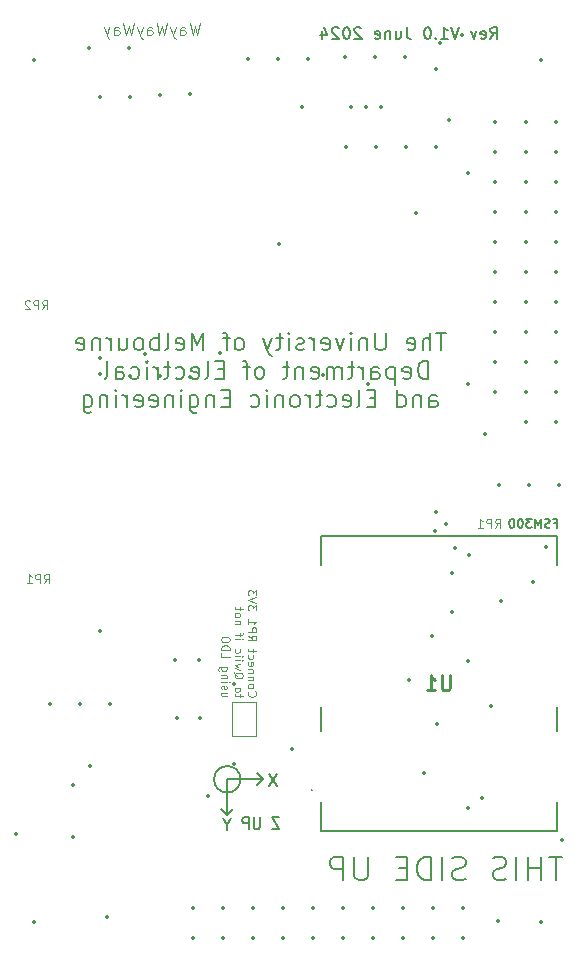
<source format=gbo>
%TF.GenerationSoftware,KiCad,Pcbnew,7.0.10*%
%TF.CreationDate,2024-08-04T17:16:23+10:00*%
%TF.ProjectId,AI4R-SENSORPCB,41493452-2d53-4454-9e53-4f525043422e,rev?*%
%TF.SameCoordinates,Original*%
%TF.FileFunction,Legend,Bot*%
%TF.FilePolarity,Positive*%
%FSLAX46Y46*%
G04 Gerber Fmt 4.6, Leading zero omitted, Abs format (unit mm)*
G04 Created by KiCad (PCBNEW 7.0.10) date 2024-08-04 17:16:23*
%MOMM*%
%LPD*%
G01*
G04 APERTURE LIST*
%ADD10C,0.150000*%
%ADD11C,0.100000*%
%ADD12C,0.200000*%
%ADD13C,0.254000*%
%ADD14C,0.120000*%
%ADD15C,0.350000*%
G04 APERTURE END LIST*
D10*
X33018034Y-76400000D02*
G75*
G03*
X30781966Y-76400000I-1118034J0D01*
G01*
X30781966Y-76400000D02*
G75*
G03*
X33018034Y-76400000I1118034J0D01*
G01*
X34400000Y-76900000D02*
X34900000Y-76400000D01*
X34900000Y-76400000D02*
X31900000Y-76400000D01*
X32400000Y-78900000D02*
X31900000Y-79400000D01*
X31900000Y-79400000D02*
X31400000Y-78900000D01*
X34900000Y-76400000D02*
X34400000Y-75900000D01*
X31900000Y-79400000D02*
X31900000Y-76400000D01*
X36272744Y-79619819D02*
X35672744Y-79619819D01*
X35672744Y-79619819D02*
X36272744Y-80619819D01*
X36272744Y-80619819D02*
X35672744Y-80619819D01*
X34644173Y-79619819D02*
X34644173Y-80429342D01*
X34644173Y-80429342D02*
X34601316Y-80524580D01*
X34601316Y-80524580D02*
X34558459Y-80572200D01*
X34558459Y-80572200D02*
X34472744Y-80619819D01*
X34472744Y-80619819D02*
X34301316Y-80619819D01*
X34301316Y-80619819D02*
X34215601Y-80572200D01*
X34215601Y-80572200D02*
X34172744Y-80524580D01*
X34172744Y-80524580D02*
X34129887Y-80429342D01*
X34129887Y-80429342D02*
X34129887Y-79619819D01*
X33701316Y-80619819D02*
X33701316Y-79619819D01*
X33701316Y-79619819D02*
X33358459Y-79619819D01*
X33358459Y-79619819D02*
X33272744Y-79667438D01*
X33272744Y-79667438D02*
X33229887Y-79715057D01*
X33229887Y-79715057D02*
X33187030Y-79810295D01*
X33187030Y-79810295D02*
X33187030Y-79953152D01*
X33187030Y-79953152D02*
X33229887Y-80048390D01*
X33229887Y-80048390D02*
X33272744Y-80096009D01*
X33272744Y-80096009D02*
X33358459Y-80143628D01*
X33358459Y-80143628D02*
X33701316Y-80143628D01*
D11*
X29591353Y-12372419D02*
X29353258Y-13372419D01*
X29353258Y-13372419D02*
X29162782Y-12658133D01*
X29162782Y-12658133D02*
X28972306Y-13372419D01*
X28972306Y-13372419D02*
X28734211Y-12372419D01*
X27924687Y-13372419D02*
X27924687Y-12848609D01*
X27924687Y-12848609D02*
X27972306Y-12753371D01*
X27972306Y-12753371D02*
X28067544Y-12705752D01*
X28067544Y-12705752D02*
X28258020Y-12705752D01*
X28258020Y-12705752D02*
X28353258Y-12753371D01*
X27924687Y-13324800D02*
X28019925Y-13372419D01*
X28019925Y-13372419D02*
X28258020Y-13372419D01*
X28258020Y-13372419D02*
X28353258Y-13324800D01*
X28353258Y-13324800D02*
X28400877Y-13229561D01*
X28400877Y-13229561D02*
X28400877Y-13134323D01*
X28400877Y-13134323D02*
X28353258Y-13039085D01*
X28353258Y-13039085D02*
X28258020Y-12991466D01*
X28258020Y-12991466D02*
X28019925Y-12991466D01*
X28019925Y-12991466D02*
X27924687Y-12943847D01*
X27543734Y-12705752D02*
X27305639Y-13372419D01*
X27067544Y-12705752D02*
X27305639Y-13372419D01*
X27305639Y-13372419D02*
X27400877Y-13610514D01*
X27400877Y-13610514D02*
X27448496Y-13658133D01*
X27448496Y-13658133D02*
X27543734Y-13705752D01*
X26781829Y-12372419D02*
X26543734Y-13372419D01*
X26543734Y-13372419D02*
X26353258Y-12658133D01*
X26353258Y-12658133D02*
X26162782Y-13372419D01*
X26162782Y-13372419D02*
X25924687Y-12372419D01*
X25115163Y-13372419D02*
X25115163Y-12848609D01*
X25115163Y-12848609D02*
X25162782Y-12753371D01*
X25162782Y-12753371D02*
X25258020Y-12705752D01*
X25258020Y-12705752D02*
X25448496Y-12705752D01*
X25448496Y-12705752D02*
X25543734Y-12753371D01*
X25115163Y-13324800D02*
X25210401Y-13372419D01*
X25210401Y-13372419D02*
X25448496Y-13372419D01*
X25448496Y-13372419D02*
X25543734Y-13324800D01*
X25543734Y-13324800D02*
X25591353Y-13229561D01*
X25591353Y-13229561D02*
X25591353Y-13134323D01*
X25591353Y-13134323D02*
X25543734Y-13039085D01*
X25543734Y-13039085D02*
X25448496Y-12991466D01*
X25448496Y-12991466D02*
X25210401Y-12991466D01*
X25210401Y-12991466D02*
X25115163Y-12943847D01*
X24734210Y-12705752D02*
X24496115Y-13372419D01*
X24258020Y-12705752D02*
X24496115Y-13372419D01*
X24496115Y-13372419D02*
X24591353Y-13610514D01*
X24591353Y-13610514D02*
X24638972Y-13658133D01*
X24638972Y-13658133D02*
X24734210Y-13705752D01*
X23972305Y-12372419D02*
X23734210Y-13372419D01*
X23734210Y-13372419D02*
X23543734Y-12658133D01*
X23543734Y-12658133D02*
X23353258Y-13372419D01*
X23353258Y-13372419D02*
X23115163Y-12372419D01*
X22305639Y-13372419D02*
X22305639Y-12848609D01*
X22305639Y-12848609D02*
X22353258Y-12753371D01*
X22353258Y-12753371D02*
X22448496Y-12705752D01*
X22448496Y-12705752D02*
X22638972Y-12705752D01*
X22638972Y-12705752D02*
X22734210Y-12753371D01*
X22305639Y-13324800D02*
X22400877Y-13372419D01*
X22400877Y-13372419D02*
X22638972Y-13372419D01*
X22638972Y-13372419D02*
X22734210Y-13324800D01*
X22734210Y-13324800D02*
X22781829Y-13229561D01*
X22781829Y-13229561D02*
X22781829Y-13134323D01*
X22781829Y-13134323D02*
X22734210Y-13039085D01*
X22734210Y-13039085D02*
X22638972Y-12991466D01*
X22638972Y-12991466D02*
X22400877Y-12991466D01*
X22400877Y-12991466D02*
X22305639Y-12943847D01*
X21924686Y-12705752D02*
X21686591Y-13372419D01*
X21448496Y-12705752D02*
X21686591Y-13372419D01*
X21686591Y-13372419D02*
X21781829Y-13610514D01*
X21781829Y-13610514D02*
X21829448Y-13658133D01*
X21829448Y-13658133D02*
X21924686Y-13705752D01*
X16377068Y-59803014D02*
X16627068Y-59445871D01*
X16805639Y-59803014D02*
X16805639Y-59053014D01*
X16805639Y-59053014D02*
X16519925Y-59053014D01*
X16519925Y-59053014D02*
X16448496Y-59088728D01*
X16448496Y-59088728D02*
X16412782Y-59124442D01*
X16412782Y-59124442D02*
X16377068Y-59195871D01*
X16377068Y-59195871D02*
X16377068Y-59303014D01*
X16377068Y-59303014D02*
X16412782Y-59374442D01*
X16412782Y-59374442D02*
X16448496Y-59410157D01*
X16448496Y-59410157D02*
X16519925Y-59445871D01*
X16519925Y-59445871D02*
X16805639Y-59445871D01*
X16055639Y-59803014D02*
X16055639Y-59053014D01*
X16055639Y-59053014D02*
X15769925Y-59053014D01*
X15769925Y-59053014D02*
X15698496Y-59088728D01*
X15698496Y-59088728D02*
X15662782Y-59124442D01*
X15662782Y-59124442D02*
X15627068Y-59195871D01*
X15627068Y-59195871D02*
X15627068Y-59303014D01*
X15627068Y-59303014D02*
X15662782Y-59374442D01*
X15662782Y-59374442D02*
X15698496Y-59410157D01*
X15698496Y-59410157D02*
X15769925Y-59445871D01*
X15769925Y-59445871D02*
X16055639Y-59445871D01*
X14912782Y-59803014D02*
X15341353Y-59803014D01*
X15127068Y-59803014D02*
X15127068Y-59053014D01*
X15127068Y-59053014D02*
X15198496Y-59160157D01*
X15198496Y-59160157D02*
X15269925Y-59231585D01*
X15269925Y-59231585D02*
X15341353Y-59267300D01*
X33711533Y-68967544D02*
X33678200Y-69000877D01*
X33678200Y-69000877D02*
X33644866Y-69100877D01*
X33644866Y-69100877D02*
X33644866Y-69167544D01*
X33644866Y-69167544D02*
X33678200Y-69267544D01*
X33678200Y-69267544D02*
X33744866Y-69334211D01*
X33744866Y-69334211D02*
X33811533Y-69367544D01*
X33811533Y-69367544D02*
X33944866Y-69400877D01*
X33944866Y-69400877D02*
X34044866Y-69400877D01*
X34044866Y-69400877D02*
X34178200Y-69367544D01*
X34178200Y-69367544D02*
X34244866Y-69334211D01*
X34244866Y-69334211D02*
X34311533Y-69267544D01*
X34311533Y-69267544D02*
X34344866Y-69167544D01*
X34344866Y-69167544D02*
X34344866Y-69100877D01*
X34344866Y-69100877D02*
X34311533Y-69000877D01*
X34311533Y-69000877D02*
X34278200Y-68967544D01*
X33644866Y-68567544D02*
X33678200Y-68634211D01*
X33678200Y-68634211D02*
X33711533Y-68667544D01*
X33711533Y-68667544D02*
X33778200Y-68700877D01*
X33778200Y-68700877D02*
X33978200Y-68700877D01*
X33978200Y-68700877D02*
X34044866Y-68667544D01*
X34044866Y-68667544D02*
X34078200Y-68634211D01*
X34078200Y-68634211D02*
X34111533Y-68567544D01*
X34111533Y-68567544D02*
X34111533Y-68467544D01*
X34111533Y-68467544D02*
X34078200Y-68400877D01*
X34078200Y-68400877D02*
X34044866Y-68367544D01*
X34044866Y-68367544D02*
X33978200Y-68334211D01*
X33978200Y-68334211D02*
X33778200Y-68334211D01*
X33778200Y-68334211D02*
X33711533Y-68367544D01*
X33711533Y-68367544D02*
X33678200Y-68400877D01*
X33678200Y-68400877D02*
X33644866Y-68467544D01*
X33644866Y-68467544D02*
X33644866Y-68567544D01*
X34111533Y-68034211D02*
X33644866Y-68034211D01*
X34044866Y-68034211D02*
X34078200Y-68000878D01*
X34078200Y-68000878D02*
X34111533Y-67934211D01*
X34111533Y-67934211D02*
X34111533Y-67834211D01*
X34111533Y-67834211D02*
X34078200Y-67767544D01*
X34078200Y-67767544D02*
X34011533Y-67734211D01*
X34011533Y-67734211D02*
X33644866Y-67734211D01*
X34111533Y-67400878D02*
X33644866Y-67400878D01*
X34044866Y-67400878D02*
X34078200Y-67367545D01*
X34078200Y-67367545D02*
X34111533Y-67300878D01*
X34111533Y-67300878D02*
X34111533Y-67200878D01*
X34111533Y-67200878D02*
X34078200Y-67134211D01*
X34078200Y-67134211D02*
X34011533Y-67100878D01*
X34011533Y-67100878D02*
X33644866Y-67100878D01*
X33678200Y-66500878D02*
X33644866Y-66567545D01*
X33644866Y-66567545D02*
X33644866Y-66700878D01*
X33644866Y-66700878D02*
X33678200Y-66767545D01*
X33678200Y-66767545D02*
X33744866Y-66800878D01*
X33744866Y-66800878D02*
X34011533Y-66800878D01*
X34011533Y-66800878D02*
X34078200Y-66767545D01*
X34078200Y-66767545D02*
X34111533Y-66700878D01*
X34111533Y-66700878D02*
X34111533Y-66567545D01*
X34111533Y-66567545D02*
X34078200Y-66500878D01*
X34078200Y-66500878D02*
X34011533Y-66467545D01*
X34011533Y-66467545D02*
X33944866Y-66467545D01*
X33944866Y-66467545D02*
X33878200Y-66800878D01*
X33678200Y-65867545D02*
X33644866Y-65934212D01*
X33644866Y-65934212D02*
X33644866Y-66067545D01*
X33644866Y-66067545D02*
X33678200Y-66134212D01*
X33678200Y-66134212D02*
X33711533Y-66167545D01*
X33711533Y-66167545D02*
X33778200Y-66200878D01*
X33778200Y-66200878D02*
X33978200Y-66200878D01*
X33978200Y-66200878D02*
X34044866Y-66167545D01*
X34044866Y-66167545D02*
X34078200Y-66134212D01*
X34078200Y-66134212D02*
X34111533Y-66067545D01*
X34111533Y-66067545D02*
X34111533Y-65934212D01*
X34111533Y-65934212D02*
X34078200Y-65867545D01*
X34111533Y-65667545D02*
X34111533Y-65400878D01*
X34344866Y-65567545D02*
X33744866Y-65567545D01*
X33744866Y-65567545D02*
X33678200Y-65534212D01*
X33678200Y-65534212D02*
X33644866Y-65467545D01*
X33644866Y-65467545D02*
X33644866Y-65400878D01*
X33644866Y-64234212D02*
X33978200Y-64467545D01*
X33644866Y-64634212D02*
X34344866Y-64634212D01*
X34344866Y-64634212D02*
X34344866Y-64367545D01*
X34344866Y-64367545D02*
X34311533Y-64300879D01*
X34311533Y-64300879D02*
X34278200Y-64267545D01*
X34278200Y-64267545D02*
X34211533Y-64234212D01*
X34211533Y-64234212D02*
X34111533Y-64234212D01*
X34111533Y-64234212D02*
X34044866Y-64267545D01*
X34044866Y-64267545D02*
X34011533Y-64300879D01*
X34011533Y-64300879D02*
X33978200Y-64367545D01*
X33978200Y-64367545D02*
X33978200Y-64634212D01*
X33644866Y-63934212D02*
X34344866Y-63934212D01*
X34344866Y-63934212D02*
X34344866Y-63667545D01*
X34344866Y-63667545D02*
X34311533Y-63600879D01*
X34311533Y-63600879D02*
X34278200Y-63567545D01*
X34278200Y-63567545D02*
X34211533Y-63534212D01*
X34211533Y-63534212D02*
X34111533Y-63534212D01*
X34111533Y-63534212D02*
X34044866Y-63567545D01*
X34044866Y-63567545D02*
X34011533Y-63600879D01*
X34011533Y-63600879D02*
X33978200Y-63667545D01*
X33978200Y-63667545D02*
X33978200Y-63934212D01*
X33644866Y-62867545D02*
X33644866Y-63267545D01*
X33644866Y-63067545D02*
X34344866Y-63067545D01*
X34344866Y-63067545D02*
X34244866Y-63134212D01*
X34244866Y-63134212D02*
X34178200Y-63200879D01*
X34178200Y-63200879D02*
X34144866Y-63267545D01*
X34344866Y-62100879D02*
X34344866Y-61667545D01*
X34344866Y-61667545D02*
X34078200Y-61900879D01*
X34078200Y-61900879D02*
X34078200Y-61800879D01*
X34078200Y-61800879D02*
X34044866Y-61734212D01*
X34044866Y-61734212D02*
X34011533Y-61700879D01*
X34011533Y-61700879D02*
X33944866Y-61667545D01*
X33944866Y-61667545D02*
X33778200Y-61667545D01*
X33778200Y-61667545D02*
X33711533Y-61700879D01*
X33711533Y-61700879D02*
X33678200Y-61734212D01*
X33678200Y-61734212D02*
X33644866Y-61800879D01*
X33644866Y-61800879D02*
X33644866Y-62000879D01*
X33644866Y-62000879D02*
X33678200Y-62067545D01*
X33678200Y-62067545D02*
X33711533Y-62100879D01*
X34344866Y-61467545D02*
X33644866Y-61234212D01*
X33644866Y-61234212D02*
X34344866Y-61000878D01*
X34344866Y-60834212D02*
X34344866Y-60400878D01*
X34344866Y-60400878D02*
X34078200Y-60634212D01*
X34078200Y-60634212D02*
X34078200Y-60534212D01*
X34078200Y-60534212D02*
X34044866Y-60467545D01*
X34044866Y-60467545D02*
X34011533Y-60434212D01*
X34011533Y-60434212D02*
X33944866Y-60400878D01*
X33944866Y-60400878D02*
X33778200Y-60400878D01*
X33778200Y-60400878D02*
X33711533Y-60434212D01*
X33711533Y-60434212D02*
X33678200Y-60467545D01*
X33678200Y-60467545D02*
X33644866Y-60534212D01*
X33644866Y-60534212D02*
X33644866Y-60734212D01*
X33644866Y-60734212D02*
X33678200Y-60800878D01*
X33678200Y-60800878D02*
X33711533Y-60834212D01*
X32984533Y-69467544D02*
X32984533Y-69200877D01*
X33217866Y-69367544D02*
X32617866Y-69367544D01*
X32617866Y-69367544D02*
X32551200Y-69334211D01*
X32551200Y-69334211D02*
X32517866Y-69267544D01*
X32517866Y-69267544D02*
X32517866Y-69200877D01*
X32517866Y-68867544D02*
X32551200Y-68934211D01*
X32551200Y-68934211D02*
X32584533Y-68967544D01*
X32584533Y-68967544D02*
X32651200Y-69000877D01*
X32651200Y-69000877D02*
X32851200Y-69000877D01*
X32851200Y-69000877D02*
X32917866Y-68967544D01*
X32917866Y-68967544D02*
X32951200Y-68934211D01*
X32951200Y-68934211D02*
X32984533Y-68867544D01*
X32984533Y-68867544D02*
X32984533Y-68767544D01*
X32984533Y-68767544D02*
X32951200Y-68700877D01*
X32951200Y-68700877D02*
X32917866Y-68667544D01*
X32917866Y-68667544D02*
X32851200Y-68634211D01*
X32851200Y-68634211D02*
X32651200Y-68634211D01*
X32651200Y-68634211D02*
X32584533Y-68667544D01*
X32584533Y-68667544D02*
X32551200Y-68700877D01*
X32551200Y-68700877D02*
X32517866Y-68767544D01*
X32517866Y-68767544D02*
X32517866Y-68867544D01*
X32451200Y-67334211D02*
X32484533Y-67400878D01*
X32484533Y-67400878D02*
X32551200Y-67467545D01*
X32551200Y-67467545D02*
X32651200Y-67567545D01*
X32651200Y-67567545D02*
X32684533Y-67634211D01*
X32684533Y-67634211D02*
X32684533Y-67700878D01*
X32517866Y-67667545D02*
X32551200Y-67734211D01*
X32551200Y-67734211D02*
X32617866Y-67800878D01*
X32617866Y-67800878D02*
X32751200Y-67834211D01*
X32751200Y-67834211D02*
X32984533Y-67834211D01*
X32984533Y-67834211D02*
X33117866Y-67800878D01*
X33117866Y-67800878D02*
X33184533Y-67734211D01*
X33184533Y-67734211D02*
X33217866Y-67667545D01*
X33217866Y-67667545D02*
X33217866Y-67534211D01*
X33217866Y-67534211D02*
X33184533Y-67467545D01*
X33184533Y-67467545D02*
X33117866Y-67400878D01*
X33117866Y-67400878D02*
X32984533Y-67367545D01*
X32984533Y-67367545D02*
X32751200Y-67367545D01*
X32751200Y-67367545D02*
X32617866Y-67400878D01*
X32617866Y-67400878D02*
X32551200Y-67467545D01*
X32551200Y-67467545D02*
X32517866Y-67534211D01*
X32517866Y-67534211D02*
X32517866Y-67667545D01*
X32984533Y-67134212D02*
X32517866Y-67000878D01*
X32517866Y-67000878D02*
X32851200Y-66867545D01*
X32851200Y-66867545D02*
X32517866Y-66734212D01*
X32517866Y-66734212D02*
X32984533Y-66600878D01*
X32517866Y-66334212D02*
X32984533Y-66334212D01*
X33217866Y-66334212D02*
X33184533Y-66367545D01*
X33184533Y-66367545D02*
X33151200Y-66334212D01*
X33151200Y-66334212D02*
X33184533Y-66300879D01*
X33184533Y-66300879D02*
X33217866Y-66334212D01*
X33217866Y-66334212D02*
X33151200Y-66334212D01*
X32517866Y-66000879D02*
X32984533Y-66000879D01*
X33217866Y-66000879D02*
X33184533Y-66034212D01*
X33184533Y-66034212D02*
X33151200Y-66000879D01*
X33151200Y-66000879D02*
X33184533Y-65967546D01*
X33184533Y-65967546D02*
X33217866Y-66000879D01*
X33217866Y-66000879D02*
X33151200Y-66000879D01*
X32551200Y-65367546D02*
X32517866Y-65434213D01*
X32517866Y-65434213D02*
X32517866Y-65567546D01*
X32517866Y-65567546D02*
X32551200Y-65634213D01*
X32551200Y-65634213D02*
X32584533Y-65667546D01*
X32584533Y-65667546D02*
X32651200Y-65700879D01*
X32651200Y-65700879D02*
X32851200Y-65700879D01*
X32851200Y-65700879D02*
X32917866Y-65667546D01*
X32917866Y-65667546D02*
X32951200Y-65634213D01*
X32951200Y-65634213D02*
X32984533Y-65567546D01*
X32984533Y-65567546D02*
X32984533Y-65434213D01*
X32984533Y-65434213D02*
X32951200Y-65367546D01*
X32517866Y-64534213D02*
X32984533Y-64534213D01*
X33217866Y-64534213D02*
X33184533Y-64567546D01*
X33184533Y-64567546D02*
X33151200Y-64534213D01*
X33151200Y-64534213D02*
X33184533Y-64500880D01*
X33184533Y-64500880D02*
X33217866Y-64534213D01*
X33217866Y-64534213D02*
X33151200Y-64534213D01*
X32984533Y-64300880D02*
X32984533Y-64034213D01*
X32517866Y-64200880D02*
X33117866Y-64200880D01*
X33117866Y-64200880D02*
X33184533Y-64167547D01*
X33184533Y-64167547D02*
X33217866Y-64100880D01*
X33217866Y-64100880D02*
X33217866Y-64034213D01*
X32984533Y-63267547D02*
X32517866Y-63267547D01*
X32917866Y-63267547D02*
X32951200Y-63234214D01*
X32951200Y-63234214D02*
X32984533Y-63167547D01*
X32984533Y-63167547D02*
X32984533Y-63067547D01*
X32984533Y-63067547D02*
X32951200Y-63000880D01*
X32951200Y-63000880D02*
X32884533Y-62967547D01*
X32884533Y-62967547D02*
X32517866Y-62967547D01*
X32517866Y-62534214D02*
X32551200Y-62600881D01*
X32551200Y-62600881D02*
X32584533Y-62634214D01*
X32584533Y-62634214D02*
X32651200Y-62667547D01*
X32651200Y-62667547D02*
X32851200Y-62667547D01*
X32851200Y-62667547D02*
X32917866Y-62634214D01*
X32917866Y-62634214D02*
X32951200Y-62600881D01*
X32951200Y-62600881D02*
X32984533Y-62534214D01*
X32984533Y-62534214D02*
X32984533Y-62434214D01*
X32984533Y-62434214D02*
X32951200Y-62367547D01*
X32951200Y-62367547D02*
X32917866Y-62334214D01*
X32917866Y-62334214D02*
X32851200Y-62300881D01*
X32851200Y-62300881D02*
X32651200Y-62300881D01*
X32651200Y-62300881D02*
X32584533Y-62334214D01*
X32584533Y-62334214D02*
X32551200Y-62367547D01*
X32551200Y-62367547D02*
X32517866Y-62434214D01*
X32517866Y-62434214D02*
X32517866Y-62534214D01*
X32984533Y-62100881D02*
X32984533Y-61834214D01*
X33217866Y-62000881D02*
X32617866Y-62000881D01*
X32617866Y-62000881D02*
X32551200Y-61967548D01*
X32551200Y-61967548D02*
X32517866Y-61900881D01*
X32517866Y-61900881D02*
X32517866Y-61834214D01*
X31857533Y-69067544D02*
X31390866Y-69067544D01*
X31857533Y-69367544D02*
X31490866Y-69367544D01*
X31490866Y-69367544D02*
X31424200Y-69334211D01*
X31424200Y-69334211D02*
X31390866Y-69267544D01*
X31390866Y-69267544D02*
X31390866Y-69167544D01*
X31390866Y-69167544D02*
X31424200Y-69100877D01*
X31424200Y-69100877D02*
X31457533Y-69067544D01*
X31424200Y-68767544D02*
X31390866Y-68700878D01*
X31390866Y-68700878D02*
X31390866Y-68567544D01*
X31390866Y-68567544D02*
X31424200Y-68500878D01*
X31424200Y-68500878D02*
X31490866Y-68467544D01*
X31490866Y-68467544D02*
X31524200Y-68467544D01*
X31524200Y-68467544D02*
X31590866Y-68500878D01*
X31590866Y-68500878D02*
X31624200Y-68567544D01*
X31624200Y-68567544D02*
X31624200Y-68667544D01*
X31624200Y-68667544D02*
X31657533Y-68734211D01*
X31657533Y-68734211D02*
X31724200Y-68767544D01*
X31724200Y-68767544D02*
X31757533Y-68767544D01*
X31757533Y-68767544D02*
X31824200Y-68734211D01*
X31824200Y-68734211D02*
X31857533Y-68667544D01*
X31857533Y-68667544D02*
X31857533Y-68567544D01*
X31857533Y-68567544D02*
X31824200Y-68500878D01*
X31390866Y-68167544D02*
X31857533Y-68167544D01*
X32090866Y-68167544D02*
X32057533Y-68200877D01*
X32057533Y-68200877D02*
X32024200Y-68167544D01*
X32024200Y-68167544D02*
X32057533Y-68134211D01*
X32057533Y-68134211D02*
X32090866Y-68167544D01*
X32090866Y-68167544D02*
X32024200Y-68167544D01*
X31857533Y-67834211D02*
X31390866Y-67834211D01*
X31790866Y-67834211D02*
X31824200Y-67800878D01*
X31824200Y-67800878D02*
X31857533Y-67734211D01*
X31857533Y-67734211D02*
X31857533Y-67634211D01*
X31857533Y-67634211D02*
X31824200Y-67567544D01*
X31824200Y-67567544D02*
X31757533Y-67534211D01*
X31757533Y-67534211D02*
X31390866Y-67534211D01*
X31857533Y-66900878D02*
X31290866Y-66900878D01*
X31290866Y-66900878D02*
X31224200Y-66934211D01*
X31224200Y-66934211D02*
X31190866Y-66967545D01*
X31190866Y-66967545D02*
X31157533Y-67034211D01*
X31157533Y-67034211D02*
X31157533Y-67134211D01*
X31157533Y-67134211D02*
X31190866Y-67200878D01*
X31424200Y-66900878D02*
X31390866Y-66967545D01*
X31390866Y-66967545D02*
X31390866Y-67100878D01*
X31390866Y-67100878D02*
X31424200Y-67167545D01*
X31424200Y-67167545D02*
X31457533Y-67200878D01*
X31457533Y-67200878D02*
X31524200Y-67234211D01*
X31524200Y-67234211D02*
X31724200Y-67234211D01*
X31724200Y-67234211D02*
X31790866Y-67200878D01*
X31790866Y-67200878D02*
X31824200Y-67167545D01*
X31824200Y-67167545D02*
X31857533Y-67100878D01*
X31857533Y-67100878D02*
X31857533Y-66967545D01*
X31857533Y-66967545D02*
X31824200Y-66900878D01*
X31390866Y-65700879D02*
X31390866Y-66034212D01*
X31390866Y-66034212D02*
X32090866Y-66034212D01*
X31390866Y-65467545D02*
X32090866Y-65467545D01*
X32090866Y-65467545D02*
X32090866Y-65300878D01*
X32090866Y-65300878D02*
X32057533Y-65200878D01*
X32057533Y-65200878D02*
X31990866Y-65134212D01*
X31990866Y-65134212D02*
X31924200Y-65100878D01*
X31924200Y-65100878D02*
X31790866Y-65067545D01*
X31790866Y-65067545D02*
X31690866Y-65067545D01*
X31690866Y-65067545D02*
X31557533Y-65100878D01*
X31557533Y-65100878D02*
X31490866Y-65134212D01*
X31490866Y-65134212D02*
X31424200Y-65200878D01*
X31424200Y-65200878D02*
X31390866Y-65300878D01*
X31390866Y-65300878D02*
X31390866Y-65467545D01*
X32090866Y-64634212D02*
X32090866Y-64500878D01*
X32090866Y-64500878D02*
X32057533Y-64434212D01*
X32057533Y-64434212D02*
X31990866Y-64367545D01*
X31990866Y-64367545D02*
X31857533Y-64334212D01*
X31857533Y-64334212D02*
X31624200Y-64334212D01*
X31624200Y-64334212D02*
X31490866Y-64367545D01*
X31490866Y-64367545D02*
X31424200Y-64434212D01*
X31424200Y-64434212D02*
X31390866Y-64500878D01*
X31390866Y-64500878D02*
X31390866Y-64634212D01*
X31390866Y-64634212D02*
X31424200Y-64700878D01*
X31424200Y-64700878D02*
X31490866Y-64767545D01*
X31490866Y-64767545D02*
X31624200Y-64800878D01*
X31624200Y-64800878D02*
X31857533Y-64800878D01*
X31857533Y-64800878D02*
X31990866Y-64767545D01*
X31990866Y-64767545D02*
X32057533Y-64700878D01*
X32057533Y-64700878D02*
X32090866Y-64634212D01*
D10*
X35441541Y-76990180D02*
X36108207Y-75990180D01*
X36108207Y-76990180D02*
X35441541Y-75990180D01*
D12*
X50449999Y-38576028D02*
X49592857Y-38576028D01*
X50021428Y-40076028D02*
X50021428Y-38576028D01*
X49092857Y-40076028D02*
X49092857Y-38576028D01*
X48450000Y-40076028D02*
X48450000Y-39290314D01*
X48450000Y-39290314D02*
X48521428Y-39147457D01*
X48521428Y-39147457D02*
X48664285Y-39076028D01*
X48664285Y-39076028D02*
X48878571Y-39076028D01*
X48878571Y-39076028D02*
X49021428Y-39147457D01*
X49021428Y-39147457D02*
X49092857Y-39218885D01*
X47164285Y-40004600D02*
X47307142Y-40076028D01*
X47307142Y-40076028D02*
X47592857Y-40076028D01*
X47592857Y-40076028D02*
X47735714Y-40004600D01*
X47735714Y-40004600D02*
X47807142Y-39861742D01*
X47807142Y-39861742D02*
X47807142Y-39290314D01*
X47807142Y-39290314D02*
X47735714Y-39147457D01*
X47735714Y-39147457D02*
X47592857Y-39076028D01*
X47592857Y-39076028D02*
X47307142Y-39076028D01*
X47307142Y-39076028D02*
X47164285Y-39147457D01*
X47164285Y-39147457D02*
X47092857Y-39290314D01*
X47092857Y-39290314D02*
X47092857Y-39433171D01*
X47092857Y-39433171D02*
X47807142Y-39576028D01*
X45307143Y-38576028D02*
X45307143Y-39790314D01*
X45307143Y-39790314D02*
X45235714Y-39933171D01*
X45235714Y-39933171D02*
X45164286Y-40004600D01*
X45164286Y-40004600D02*
X45021428Y-40076028D01*
X45021428Y-40076028D02*
X44735714Y-40076028D01*
X44735714Y-40076028D02*
X44592857Y-40004600D01*
X44592857Y-40004600D02*
X44521428Y-39933171D01*
X44521428Y-39933171D02*
X44450000Y-39790314D01*
X44450000Y-39790314D02*
X44450000Y-38576028D01*
X43735714Y-39076028D02*
X43735714Y-40076028D01*
X43735714Y-39218885D02*
X43664285Y-39147457D01*
X43664285Y-39147457D02*
X43521428Y-39076028D01*
X43521428Y-39076028D02*
X43307142Y-39076028D01*
X43307142Y-39076028D02*
X43164285Y-39147457D01*
X43164285Y-39147457D02*
X43092857Y-39290314D01*
X43092857Y-39290314D02*
X43092857Y-40076028D01*
X42378571Y-40076028D02*
X42378571Y-39076028D01*
X42378571Y-38576028D02*
X42449999Y-38647457D01*
X42449999Y-38647457D02*
X42378571Y-38718885D01*
X42378571Y-38718885D02*
X42307142Y-38647457D01*
X42307142Y-38647457D02*
X42378571Y-38576028D01*
X42378571Y-38576028D02*
X42378571Y-38718885D01*
X41807142Y-39076028D02*
X41449999Y-40076028D01*
X41449999Y-40076028D02*
X41092856Y-39076028D01*
X39949999Y-40004600D02*
X40092856Y-40076028D01*
X40092856Y-40076028D02*
X40378571Y-40076028D01*
X40378571Y-40076028D02*
X40521428Y-40004600D01*
X40521428Y-40004600D02*
X40592856Y-39861742D01*
X40592856Y-39861742D02*
X40592856Y-39290314D01*
X40592856Y-39290314D02*
X40521428Y-39147457D01*
X40521428Y-39147457D02*
X40378571Y-39076028D01*
X40378571Y-39076028D02*
X40092856Y-39076028D01*
X40092856Y-39076028D02*
X39949999Y-39147457D01*
X39949999Y-39147457D02*
X39878571Y-39290314D01*
X39878571Y-39290314D02*
X39878571Y-39433171D01*
X39878571Y-39433171D02*
X40592856Y-39576028D01*
X39235714Y-40076028D02*
X39235714Y-39076028D01*
X39235714Y-39361742D02*
X39164285Y-39218885D01*
X39164285Y-39218885D02*
X39092857Y-39147457D01*
X39092857Y-39147457D02*
X38949999Y-39076028D01*
X38949999Y-39076028D02*
X38807142Y-39076028D01*
X38378571Y-40004600D02*
X38235714Y-40076028D01*
X38235714Y-40076028D02*
X37950000Y-40076028D01*
X37950000Y-40076028D02*
X37807143Y-40004600D01*
X37807143Y-40004600D02*
X37735714Y-39861742D01*
X37735714Y-39861742D02*
X37735714Y-39790314D01*
X37735714Y-39790314D02*
X37807143Y-39647457D01*
X37807143Y-39647457D02*
X37950000Y-39576028D01*
X37950000Y-39576028D02*
X38164286Y-39576028D01*
X38164286Y-39576028D02*
X38307143Y-39504600D01*
X38307143Y-39504600D02*
X38378571Y-39361742D01*
X38378571Y-39361742D02*
X38378571Y-39290314D01*
X38378571Y-39290314D02*
X38307143Y-39147457D01*
X38307143Y-39147457D02*
X38164286Y-39076028D01*
X38164286Y-39076028D02*
X37950000Y-39076028D01*
X37950000Y-39076028D02*
X37807143Y-39147457D01*
X37092857Y-40076028D02*
X37092857Y-39076028D01*
X37092857Y-38576028D02*
X37164285Y-38647457D01*
X37164285Y-38647457D02*
X37092857Y-38718885D01*
X37092857Y-38718885D02*
X37021428Y-38647457D01*
X37021428Y-38647457D02*
X37092857Y-38576028D01*
X37092857Y-38576028D02*
X37092857Y-38718885D01*
X36592856Y-39076028D02*
X36021428Y-39076028D01*
X36378571Y-38576028D02*
X36378571Y-39861742D01*
X36378571Y-39861742D02*
X36307142Y-40004600D01*
X36307142Y-40004600D02*
X36164285Y-40076028D01*
X36164285Y-40076028D02*
X36021428Y-40076028D01*
X35664285Y-39076028D02*
X35307142Y-40076028D01*
X34949999Y-39076028D02*
X35307142Y-40076028D01*
X35307142Y-40076028D02*
X35449999Y-40433171D01*
X35449999Y-40433171D02*
X35521428Y-40504600D01*
X35521428Y-40504600D02*
X35664285Y-40576028D01*
X33021428Y-40076028D02*
X33164285Y-40004600D01*
X33164285Y-40004600D02*
X33235714Y-39933171D01*
X33235714Y-39933171D02*
X33307142Y-39790314D01*
X33307142Y-39790314D02*
X33307142Y-39361742D01*
X33307142Y-39361742D02*
X33235714Y-39218885D01*
X33235714Y-39218885D02*
X33164285Y-39147457D01*
X33164285Y-39147457D02*
X33021428Y-39076028D01*
X33021428Y-39076028D02*
X32807142Y-39076028D01*
X32807142Y-39076028D02*
X32664285Y-39147457D01*
X32664285Y-39147457D02*
X32592857Y-39218885D01*
X32592857Y-39218885D02*
X32521428Y-39361742D01*
X32521428Y-39361742D02*
X32521428Y-39790314D01*
X32521428Y-39790314D02*
X32592857Y-39933171D01*
X32592857Y-39933171D02*
X32664285Y-40004600D01*
X32664285Y-40004600D02*
X32807142Y-40076028D01*
X32807142Y-40076028D02*
X33021428Y-40076028D01*
X32092856Y-39076028D02*
X31521428Y-39076028D01*
X31878571Y-40076028D02*
X31878571Y-38790314D01*
X31878571Y-38790314D02*
X31807142Y-38647457D01*
X31807142Y-38647457D02*
X31664285Y-38576028D01*
X31664285Y-38576028D02*
X31521428Y-38576028D01*
X29878571Y-40076028D02*
X29878571Y-38576028D01*
X29878571Y-38576028D02*
X29378571Y-39647457D01*
X29378571Y-39647457D02*
X28878571Y-38576028D01*
X28878571Y-38576028D02*
X28878571Y-40076028D01*
X27592856Y-40004600D02*
X27735713Y-40076028D01*
X27735713Y-40076028D02*
X28021428Y-40076028D01*
X28021428Y-40076028D02*
X28164285Y-40004600D01*
X28164285Y-40004600D02*
X28235713Y-39861742D01*
X28235713Y-39861742D02*
X28235713Y-39290314D01*
X28235713Y-39290314D02*
X28164285Y-39147457D01*
X28164285Y-39147457D02*
X28021428Y-39076028D01*
X28021428Y-39076028D02*
X27735713Y-39076028D01*
X27735713Y-39076028D02*
X27592856Y-39147457D01*
X27592856Y-39147457D02*
X27521428Y-39290314D01*
X27521428Y-39290314D02*
X27521428Y-39433171D01*
X27521428Y-39433171D02*
X28235713Y-39576028D01*
X26664285Y-40076028D02*
X26807142Y-40004600D01*
X26807142Y-40004600D02*
X26878571Y-39861742D01*
X26878571Y-39861742D02*
X26878571Y-38576028D01*
X26092857Y-40076028D02*
X26092857Y-38576028D01*
X26092857Y-39147457D02*
X25950000Y-39076028D01*
X25950000Y-39076028D02*
X25664285Y-39076028D01*
X25664285Y-39076028D02*
X25521428Y-39147457D01*
X25521428Y-39147457D02*
X25450000Y-39218885D01*
X25450000Y-39218885D02*
X25378571Y-39361742D01*
X25378571Y-39361742D02*
X25378571Y-39790314D01*
X25378571Y-39790314D02*
X25450000Y-39933171D01*
X25450000Y-39933171D02*
X25521428Y-40004600D01*
X25521428Y-40004600D02*
X25664285Y-40076028D01*
X25664285Y-40076028D02*
X25950000Y-40076028D01*
X25950000Y-40076028D02*
X26092857Y-40004600D01*
X24521428Y-40076028D02*
X24664285Y-40004600D01*
X24664285Y-40004600D02*
X24735714Y-39933171D01*
X24735714Y-39933171D02*
X24807142Y-39790314D01*
X24807142Y-39790314D02*
X24807142Y-39361742D01*
X24807142Y-39361742D02*
X24735714Y-39218885D01*
X24735714Y-39218885D02*
X24664285Y-39147457D01*
X24664285Y-39147457D02*
X24521428Y-39076028D01*
X24521428Y-39076028D02*
X24307142Y-39076028D01*
X24307142Y-39076028D02*
X24164285Y-39147457D01*
X24164285Y-39147457D02*
X24092857Y-39218885D01*
X24092857Y-39218885D02*
X24021428Y-39361742D01*
X24021428Y-39361742D02*
X24021428Y-39790314D01*
X24021428Y-39790314D02*
X24092857Y-39933171D01*
X24092857Y-39933171D02*
X24164285Y-40004600D01*
X24164285Y-40004600D02*
X24307142Y-40076028D01*
X24307142Y-40076028D02*
X24521428Y-40076028D01*
X22735714Y-39076028D02*
X22735714Y-40076028D01*
X23378571Y-39076028D02*
X23378571Y-39861742D01*
X23378571Y-39861742D02*
X23307142Y-40004600D01*
X23307142Y-40004600D02*
X23164285Y-40076028D01*
X23164285Y-40076028D02*
X22949999Y-40076028D01*
X22949999Y-40076028D02*
X22807142Y-40004600D01*
X22807142Y-40004600D02*
X22735714Y-39933171D01*
X22021428Y-40076028D02*
X22021428Y-39076028D01*
X22021428Y-39361742D02*
X21949999Y-39218885D01*
X21949999Y-39218885D02*
X21878571Y-39147457D01*
X21878571Y-39147457D02*
X21735713Y-39076028D01*
X21735713Y-39076028D02*
X21592856Y-39076028D01*
X21092857Y-39076028D02*
X21092857Y-40076028D01*
X21092857Y-39218885D02*
X21021428Y-39147457D01*
X21021428Y-39147457D02*
X20878571Y-39076028D01*
X20878571Y-39076028D02*
X20664285Y-39076028D01*
X20664285Y-39076028D02*
X20521428Y-39147457D01*
X20521428Y-39147457D02*
X20450000Y-39290314D01*
X20450000Y-39290314D02*
X20450000Y-40076028D01*
X19164285Y-40004600D02*
X19307142Y-40076028D01*
X19307142Y-40076028D02*
X19592857Y-40076028D01*
X19592857Y-40076028D02*
X19735714Y-40004600D01*
X19735714Y-40004600D02*
X19807142Y-39861742D01*
X19807142Y-39861742D02*
X19807142Y-39290314D01*
X19807142Y-39290314D02*
X19735714Y-39147457D01*
X19735714Y-39147457D02*
X19592857Y-39076028D01*
X19592857Y-39076028D02*
X19307142Y-39076028D01*
X19307142Y-39076028D02*
X19164285Y-39147457D01*
X19164285Y-39147457D02*
X19092857Y-39290314D01*
X19092857Y-39290314D02*
X19092857Y-39433171D01*
X19092857Y-39433171D02*
X19807142Y-39576028D01*
X48878570Y-42491028D02*
X48878570Y-40991028D01*
X48878570Y-40991028D02*
X48521427Y-40991028D01*
X48521427Y-40991028D02*
X48307141Y-41062457D01*
X48307141Y-41062457D02*
X48164284Y-41205314D01*
X48164284Y-41205314D02*
X48092855Y-41348171D01*
X48092855Y-41348171D02*
X48021427Y-41633885D01*
X48021427Y-41633885D02*
X48021427Y-41848171D01*
X48021427Y-41848171D02*
X48092855Y-42133885D01*
X48092855Y-42133885D02*
X48164284Y-42276742D01*
X48164284Y-42276742D02*
X48307141Y-42419600D01*
X48307141Y-42419600D02*
X48521427Y-42491028D01*
X48521427Y-42491028D02*
X48878570Y-42491028D01*
X46807141Y-42419600D02*
X46949998Y-42491028D01*
X46949998Y-42491028D02*
X47235713Y-42491028D01*
X47235713Y-42491028D02*
X47378570Y-42419600D01*
X47378570Y-42419600D02*
X47449998Y-42276742D01*
X47449998Y-42276742D02*
X47449998Y-41705314D01*
X47449998Y-41705314D02*
X47378570Y-41562457D01*
X47378570Y-41562457D02*
X47235713Y-41491028D01*
X47235713Y-41491028D02*
X46949998Y-41491028D01*
X46949998Y-41491028D02*
X46807141Y-41562457D01*
X46807141Y-41562457D02*
X46735713Y-41705314D01*
X46735713Y-41705314D02*
X46735713Y-41848171D01*
X46735713Y-41848171D02*
X47449998Y-41991028D01*
X46092856Y-41491028D02*
X46092856Y-42991028D01*
X46092856Y-41562457D02*
X45949999Y-41491028D01*
X45949999Y-41491028D02*
X45664284Y-41491028D01*
X45664284Y-41491028D02*
X45521427Y-41562457D01*
X45521427Y-41562457D02*
X45449999Y-41633885D01*
X45449999Y-41633885D02*
X45378570Y-41776742D01*
X45378570Y-41776742D02*
X45378570Y-42205314D01*
X45378570Y-42205314D02*
X45449999Y-42348171D01*
X45449999Y-42348171D02*
X45521427Y-42419600D01*
X45521427Y-42419600D02*
X45664284Y-42491028D01*
X45664284Y-42491028D02*
X45949999Y-42491028D01*
X45949999Y-42491028D02*
X46092856Y-42419600D01*
X44092856Y-42491028D02*
X44092856Y-41705314D01*
X44092856Y-41705314D02*
X44164284Y-41562457D01*
X44164284Y-41562457D02*
X44307141Y-41491028D01*
X44307141Y-41491028D02*
X44592856Y-41491028D01*
X44592856Y-41491028D02*
X44735713Y-41562457D01*
X44092856Y-42419600D02*
X44235713Y-42491028D01*
X44235713Y-42491028D02*
X44592856Y-42491028D01*
X44592856Y-42491028D02*
X44735713Y-42419600D01*
X44735713Y-42419600D02*
X44807141Y-42276742D01*
X44807141Y-42276742D02*
X44807141Y-42133885D01*
X44807141Y-42133885D02*
X44735713Y-41991028D01*
X44735713Y-41991028D02*
X44592856Y-41919600D01*
X44592856Y-41919600D02*
X44235713Y-41919600D01*
X44235713Y-41919600D02*
X44092856Y-41848171D01*
X43378570Y-42491028D02*
X43378570Y-41491028D01*
X43378570Y-41776742D02*
X43307141Y-41633885D01*
X43307141Y-41633885D02*
X43235713Y-41562457D01*
X43235713Y-41562457D02*
X43092855Y-41491028D01*
X43092855Y-41491028D02*
X42949998Y-41491028D01*
X42664284Y-41491028D02*
X42092856Y-41491028D01*
X42449999Y-40991028D02*
X42449999Y-42276742D01*
X42449999Y-42276742D02*
X42378570Y-42419600D01*
X42378570Y-42419600D02*
X42235713Y-42491028D01*
X42235713Y-42491028D02*
X42092856Y-42491028D01*
X41592856Y-42491028D02*
X41592856Y-41491028D01*
X41592856Y-41633885D02*
X41521427Y-41562457D01*
X41521427Y-41562457D02*
X41378570Y-41491028D01*
X41378570Y-41491028D02*
X41164284Y-41491028D01*
X41164284Y-41491028D02*
X41021427Y-41562457D01*
X41021427Y-41562457D02*
X40949999Y-41705314D01*
X40949999Y-41705314D02*
X40949999Y-42491028D01*
X40949999Y-41705314D02*
X40878570Y-41562457D01*
X40878570Y-41562457D02*
X40735713Y-41491028D01*
X40735713Y-41491028D02*
X40521427Y-41491028D01*
X40521427Y-41491028D02*
X40378570Y-41562457D01*
X40378570Y-41562457D02*
X40307141Y-41705314D01*
X40307141Y-41705314D02*
X40307141Y-42491028D01*
X39021427Y-42419600D02*
X39164284Y-42491028D01*
X39164284Y-42491028D02*
X39449999Y-42491028D01*
X39449999Y-42491028D02*
X39592856Y-42419600D01*
X39592856Y-42419600D02*
X39664284Y-42276742D01*
X39664284Y-42276742D02*
X39664284Y-41705314D01*
X39664284Y-41705314D02*
X39592856Y-41562457D01*
X39592856Y-41562457D02*
X39449999Y-41491028D01*
X39449999Y-41491028D02*
X39164284Y-41491028D01*
X39164284Y-41491028D02*
X39021427Y-41562457D01*
X39021427Y-41562457D02*
X38949999Y-41705314D01*
X38949999Y-41705314D02*
X38949999Y-41848171D01*
X38949999Y-41848171D02*
X39664284Y-41991028D01*
X38307142Y-41491028D02*
X38307142Y-42491028D01*
X38307142Y-41633885D02*
X38235713Y-41562457D01*
X38235713Y-41562457D02*
X38092856Y-41491028D01*
X38092856Y-41491028D02*
X37878570Y-41491028D01*
X37878570Y-41491028D02*
X37735713Y-41562457D01*
X37735713Y-41562457D02*
X37664285Y-41705314D01*
X37664285Y-41705314D02*
X37664285Y-42491028D01*
X37164284Y-41491028D02*
X36592856Y-41491028D01*
X36949999Y-40991028D02*
X36949999Y-42276742D01*
X36949999Y-42276742D02*
X36878570Y-42419600D01*
X36878570Y-42419600D02*
X36735713Y-42491028D01*
X36735713Y-42491028D02*
X36592856Y-42491028D01*
X34735713Y-42491028D02*
X34878570Y-42419600D01*
X34878570Y-42419600D02*
X34949999Y-42348171D01*
X34949999Y-42348171D02*
X35021427Y-42205314D01*
X35021427Y-42205314D02*
X35021427Y-41776742D01*
X35021427Y-41776742D02*
X34949999Y-41633885D01*
X34949999Y-41633885D02*
X34878570Y-41562457D01*
X34878570Y-41562457D02*
X34735713Y-41491028D01*
X34735713Y-41491028D02*
X34521427Y-41491028D01*
X34521427Y-41491028D02*
X34378570Y-41562457D01*
X34378570Y-41562457D02*
X34307142Y-41633885D01*
X34307142Y-41633885D02*
X34235713Y-41776742D01*
X34235713Y-41776742D02*
X34235713Y-42205314D01*
X34235713Y-42205314D02*
X34307142Y-42348171D01*
X34307142Y-42348171D02*
X34378570Y-42419600D01*
X34378570Y-42419600D02*
X34521427Y-42491028D01*
X34521427Y-42491028D02*
X34735713Y-42491028D01*
X33807141Y-41491028D02*
X33235713Y-41491028D01*
X33592856Y-42491028D02*
X33592856Y-41205314D01*
X33592856Y-41205314D02*
X33521427Y-41062457D01*
X33521427Y-41062457D02*
X33378570Y-40991028D01*
X33378570Y-40991028D02*
X33235713Y-40991028D01*
X31592856Y-41705314D02*
X31092856Y-41705314D01*
X30878570Y-42491028D02*
X31592856Y-42491028D01*
X31592856Y-42491028D02*
X31592856Y-40991028D01*
X31592856Y-40991028D02*
X30878570Y-40991028D01*
X30021427Y-42491028D02*
X30164284Y-42419600D01*
X30164284Y-42419600D02*
X30235713Y-42276742D01*
X30235713Y-42276742D02*
X30235713Y-40991028D01*
X28878570Y-42419600D02*
X29021427Y-42491028D01*
X29021427Y-42491028D02*
X29307142Y-42491028D01*
X29307142Y-42491028D02*
X29449999Y-42419600D01*
X29449999Y-42419600D02*
X29521427Y-42276742D01*
X29521427Y-42276742D02*
X29521427Y-41705314D01*
X29521427Y-41705314D02*
X29449999Y-41562457D01*
X29449999Y-41562457D02*
X29307142Y-41491028D01*
X29307142Y-41491028D02*
X29021427Y-41491028D01*
X29021427Y-41491028D02*
X28878570Y-41562457D01*
X28878570Y-41562457D02*
X28807142Y-41705314D01*
X28807142Y-41705314D02*
X28807142Y-41848171D01*
X28807142Y-41848171D02*
X29521427Y-41991028D01*
X27521428Y-42419600D02*
X27664285Y-42491028D01*
X27664285Y-42491028D02*
X27949999Y-42491028D01*
X27949999Y-42491028D02*
X28092856Y-42419600D01*
X28092856Y-42419600D02*
X28164285Y-42348171D01*
X28164285Y-42348171D02*
X28235713Y-42205314D01*
X28235713Y-42205314D02*
X28235713Y-41776742D01*
X28235713Y-41776742D02*
X28164285Y-41633885D01*
X28164285Y-41633885D02*
X28092856Y-41562457D01*
X28092856Y-41562457D02*
X27949999Y-41491028D01*
X27949999Y-41491028D02*
X27664285Y-41491028D01*
X27664285Y-41491028D02*
X27521428Y-41562457D01*
X27092856Y-41491028D02*
X26521428Y-41491028D01*
X26878571Y-40991028D02*
X26878571Y-42276742D01*
X26878571Y-42276742D02*
X26807142Y-42419600D01*
X26807142Y-42419600D02*
X26664285Y-42491028D01*
X26664285Y-42491028D02*
X26521428Y-42491028D01*
X26021428Y-42491028D02*
X26021428Y-41491028D01*
X26021428Y-41776742D02*
X25949999Y-41633885D01*
X25949999Y-41633885D02*
X25878571Y-41562457D01*
X25878571Y-41562457D02*
X25735713Y-41491028D01*
X25735713Y-41491028D02*
X25592856Y-41491028D01*
X25092857Y-42491028D02*
X25092857Y-41491028D01*
X25092857Y-40991028D02*
X25164285Y-41062457D01*
X25164285Y-41062457D02*
X25092857Y-41133885D01*
X25092857Y-41133885D02*
X25021428Y-41062457D01*
X25021428Y-41062457D02*
X25092857Y-40991028D01*
X25092857Y-40991028D02*
X25092857Y-41133885D01*
X23735714Y-42419600D02*
X23878571Y-42491028D01*
X23878571Y-42491028D02*
X24164285Y-42491028D01*
X24164285Y-42491028D02*
X24307142Y-42419600D01*
X24307142Y-42419600D02*
X24378571Y-42348171D01*
X24378571Y-42348171D02*
X24449999Y-42205314D01*
X24449999Y-42205314D02*
X24449999Y-41776742D01*
X24449999Y-41776742D02*
X24378571Y-41633885D01*
X24378571Y-41633885D02*
X24307142Y-41562457D01*
X24307142Y-41562457D02*
X24164285Y-41491028D01*
X24164285Y-41491028D02*
X23878571Y-41491028D01*
X23878571Y-41491028D02*
X23735714Y-41562457D01*
X22450000Y-42491028D02*
X22450000Y-41705314D01*
X22450000Y-41705314D02*
X22521428Y-41562457D01*
X22521428Y-41562457D02*
X22664285Y-41491028D01*
X22664285Y-41491028D02*
X22950000Y-41491028D01*
X22950000Y-41491028D02*
X23092857Y-41562457D01*
X22450000Y-42419600D02*
X22592857Y-42491028D01*
X22592857Y-42491028D02*
X22950000Y-42491028D01*
X22950000Y-42491028D02*
X23092857Y-42419600D01*
X23092857Y-42419600D02*
X23164285Y-42276742D01*
X23164285Y-42276742D02*
X23164285Y-42133885D01*
X23164285Y-42133885D02*
X23092857Y-41991028D01*
X23092857Y-41991028D02*
X22950000Y-41919600D01*
X22950000Y-41919600D02*
X22592857Y-41919600D01*
X22592857Y-41919600D02*
X22450000Y-41848171D01*
X21521428Y-42491028D02*
X21664285Y-42419600D01*
X21664285Y-42419600D02*
X21735714Y-42276742D01*
X21735714Y-42276742D02*
X21735714Y-40991028D01*
X49021428Y-44906028D02*
X49021428Y-44120314D01*
X49021428Y-44120314D02*
X49092856Y-43977457D01*
X49092856Y-43977457D02*
X49235713Y-43906028D01*
X49235713Y-43906028D02*
X49521428Y-43906028D01*
X49521428Y-43906028D02*
X49664285Y-43977457D01*
X49021428Y-44834600D02*
X49164285Y-44906028D01*
X49164285Y-44906028D02*
X49521428Y-44906028D01*
X49521428Y-44906028D02*
X49664285Y-44834600D01*
X49664285Y-44834600D02*
X49735713Y-44691742D01*
X49735713Y-44691742D02*
X49735713Y-44548885D01*
X49735713Y-44548885D02*
X49664285Y-44406028D01*
X49664285Y-44406028D02*
X49521428Y-44334600D01*
X49521428Y-44334600D02*
X49164285Y-44334600D01*
X49164285Y-44334600D02*
X49021428Y-44263171D01*
X48307142Y-43906028D02*
X48307142Y-44906028D01*
X48307142Y-44048885D02*
X48235713Y-43977457D01*
X48235713Y-43977457D02*
X48092856Y-43906028D01*
X48092856Y-43906028D02*
X47878570Y-43906028D01*
X47878570Y-43906028D02*
X47735713Y-43977457D01*
X47735713Y-43977457D02*
X47664285Y-44120314D01*
X47664285Y-44120314D02*
X47664285Y-44906028D01*
X46307142Y-44906028D02*
X46307142Y-43406028D01*
X46307142Y-44834600D02*
X46449999Y-44906028D01*
X46449999Y-44906028D02*
X46735713Y-44906028D01*
X46735713Y-44906028D02*
X46878570Y-44834600D01*
X46878570Y-44834600D02*
X46949999Y-44763171D01*
X46949999Y-44763171D02*
X47021427Y-44620314D01*
X47021427Y-44620314D02*
X47021427Y-44191742D01*
X47021427Y-44191742D02*
X46949999Y-44048885D01*
X46949999Y-44048885D02*
X46878570Y-43977457D01*
X46878570Y-43977457D02*
X46735713Y-43906028D01*
X46735713Y-43906028D02*
X46449999Y-43906028D01*
X46449999Y-43906028D02*
X46307142Y-43977457D01*
X44449999Y-44120314D02*
X43949999Y-44120314D01*
X43735713Y-44906028D02*
X44449999Y-44906028D01*
X44449999Y-44906028D02*
X44449999Y-43406028D01*
X44449999Y-43406028D02*
X43735713Y-43406028D01*
X42878570Y-44906028D02*
X43021427Y-44834600D01*
X43021427Y-44834600D02*
X43092856Y-44691742D01*
X43092856Y-44691742D02*
X43092856Y-43406028D01*
X41735713Y-44834600D02*
X41878570Y-44906028D01*
X41878570Y-44906028D02*
X42164285Y-44906028D01*
X42164285Y-44906028D02*
X42307142Y-44834600D01*
X42307142Y-44834600D02*
X42378570Y-44691742D01*
X42378570Y-44691742D02*
X42378570Y-44120314D01*
X42378570Y-44120314D02*
X42307142Y-43977457D01*
X42307142Y-43977457D02*
X42164285Y-43906028D01*
X42164285Y-43906028D02*
X41878570Y-43906028D01*
X41878570Y-43906028D02*
X41735713Y-43977457D01*
X41735713Y-43977457D02*
X41664285Y-44120314D01*
X41664285Y-44120314D02*
X41664285Y-44263171D01*
X41664285Y-44263171D02*
X42378570Y-44406028D01*
X40378571Y-44834600D02*
X40521428Y-44906028D01*
X40521428Y-44906028D02*
X40807142Y-44906028D01*
X40807142Y-44906028D02*
X40949999Y-44834600D01*
X40949999Y-44834600D02*
X41021428Y-44763171D01*
X41021428Y-44763171D02*
X41092856Y-44620314D01*
X41092856Y-44620314D02*
X41092856Y-44191742D01*
X41092856Y-44191742D02*
X41021428Y-44048885D01*
X41021428Y-44048885D02*
X40949999Y-43977457D01*
X40949999Y-43977457D02*
X40807142Y-43906028D01*
X40807142Y-43906028D02*
X40521428Y-43906028D01*
X40521428Y-43906028D02*
X40378571Y-43977457D01*
X39949999Y-43906028D02*
X39378571Y-43906028D01*
X39735714Y-43406028D02*
X39735714Y-44691742D01*
X39735714Y-44691742D02*
X39664285Y-44834600D01*
X39664285Y-44834600D02*
X39521428Y-44906028D01*
X39521428Y-44906028D02*
X39378571Y-44906028D01*
X38878571Y-44906028D02*
X38878571Y-43906028D01*
X38878571Y-44191742D02*
X38807142Y-44048885D01*
X38807142Y-44048885D02*
X38735714Y-43977457D01*
X38735714Y-43977457D02*
X38592856Y-43906028D01*
X38592856Y-43906028D02*
X38449999Y-43906028D01*
X37735714Y-44906028D02*
X37878571Y-44834600D01*
X37878571Y-44834600D02*
X37950000Y-44763171D01*
X37950000Y-44763171D02*
X38021428Y-44620314D01*
X38021428Y-44620314D02*
X38021428Y-44191742D01*
X38021428Y-44191742D02*
X37950000Y-44048885D01*
X37950000Y-44048885D02*
X37878571Y-43977457D01*
X37878571Y-43977457D02*
X37735714Y-43906028D01*
X37735714Y-43906028D02*
X37521428Y-43906028D01*
X37521428Y-43906028D02*
X37378571Y-43977457D01*
X37378571Y-43977457D02*
X37307143Y-44048885D01*
X37307143Y-44048885D02*
X37235714Y-44191742D01*
X37235714Y-44191742D02*
X37235714Y-44620314D01*
X37235714Y-44620314D02*
X37307143Y-44763171D01*
X37307143Y-44763171D02*
X37378571Y-44834600D01*
X37378571Y-44834600D02*
X37521428Y-44906028D01*
X37521428Y-44906028D02*
X37735714Y-44906028D01*
X36592857Y-43906028D02*
X36592857Y-44906028D01*
X36592857Y-44048885D02*
X36521428Y-43977457D01*
X36521428Y-43977457D02*
X36378571Y-43906028D01*
X36378571Y-43906028D02*
X36164285Y-43906028D01*
X36164285Y-43906028D02*
X36021428Y-43977457D01*
X36021428Y-43977457D02*
X35950000Y-44120314D01*
X35950000Y-44120314D02*
X35950000Y-44906028D01*
X35235714Y-44906028D02*
X35235714Y-43906028D01*
X35235714Y-43406028D02*
X35307142Y-43477457D01*
X35307142Y-43477457D02*
X35235714Y-43548885D01*
X35235714Y-43548885D02*
X35164285Y-43477457D01*
X35164285Y-43477457D02*
X35235714Y-43406028D01*
X35235714Y-43406028D02*
X35235714Y-43548885D01*
X33878571Y-44834600D02*
X34021428Y-44906028D01*
X34021428Y-44906028D02*
X34307142Y-44906028D01*
X34307142Y-44906028D02*
X34449999Y-44834600D01*
X34449999Y-44834600D02*
X34521428Y-44763171D01*
X34521428Y-44763171D02*
X34592856Y-44620314D01*
X34592856Y-44620314D02*
X34592856Y-44191742D01*
X34592856Y-44191742D02*
X34521428Y-44048885D01*
X34521428Y-44048885D02*
X34449999Y-43977457D01*
X34449999Y-43977457D02*
X34307142Y-43906028D01*
X34307142Y-43906028D02*
X34021428Y-43906028D01*
X34021428Y-43906028D02*
X33878571Y-43977457D01*
X32092857Y-44120314D02*
X31592857Y-44120314D01*
X31378571Y-44906028D02*
X32092857Y-44906028D01*
X32092857Y-44906028D02*
X32092857Y-43406028D01*
X32092857Y-43406028D02*
X31378571Y-43406028D01*
X30735714Y-43906028D02*
X30735714Y-44906028D01*
X30735714Y-44048885D02*
X30664285Y-43977457D01*
X30664285Y-43977457D02*
X30521428Y-43906028D01*
X30521428Y-43906028D02*
X30307142Y-43906028D01*
X30307142Y-43906028D02*
X30164285Y-43977457D01*
X30164285Y-43977457D02*
X30092857Y-44120314D01*
X30092857Y-44120314D02*
X30092857Y-44906028D01*
X28735714Y-43906028D02*
X28735714Y-45120314D01*
X28735714Y-45120314D02*
X28807142Y-45263171D01*
X28807142Y-45263171D02*
X28878571Y-45334600D01*
X28878571Y-45334600D02*
X29021428Y-45406028D01*
X29021428Y-45406028D02*
X29235714Y-45406028D01*
X29235714Y-45406028D02*
X29378571Y-45334600D01*
X28735714Y-44834600D02*
X28878571Y-44906028D01*
X28878571Y-44906028D02*
X29164285Y-44906028D01*
X29164285Y-44906028D02*
X29307142Y-44834600D01*
X29307142Y-44834600D02*
X29378571Y-44763171D01*
X29378571Y-44763171D02*
X29449999Y-44620314D01*
X29449999Y-44620314D02*
X29449999Y-44191742D01*
X29449999Y-44191742D02*
X29378571Y-44048885D01*
X29378571Y-44048885D02*
X29307142Y-43977457D01*
X29307142Y-43977457D02*
X29164285Y-43906028D01*
X29164285Y-43906028D02*
X28878571Y-43906028D01*
X28878571Y-43906028D02*
X28735714Y-43977457D01*
X28021428Y-44906028D02*
X28021428Y-43906028D01*
X28021428Y-43406028D02*
X28092856Y-43477457D01*
X28092856Y-43477457D02*
X28021428Y-43548885D01*
X28021428Y-43548885D02*
X27949999Y-43477457D01*
X27949999Y-43477457D02*
X28021428Y-43406028D01*
X28021428Y-43406028D02*
X28021428Y-43548885D01*
X27307142Y-43906028D02*
X27307142Y-44906028D01*
X27307142Y-44048885D02*
X27235713Y-43977457D01*
X27235713Y-43977457D02*
X27092856Y-43906028D01*
X27092856Y-43906028D02*
X26878570Y-43906028D01*
X26878570Y-43906028D02*
X26735713Y-43977457D01*
X26735713Y-43977457D02*
X26664285Y-44120314D01*
X26664285Y-44120314D02*
X26664285Y-44906028D01*
X25378570Y-44834600D02*
X25521427Y-44906028D01*
X25521427Y-44906028D02*
X25807142Y-44906028D01*
X25807142Y-44906028D02*
X25949999Y-44834600D01*
X25949999Y-44834600D02*
X26021427Y-44691742D01*
X26021427Y-44691742D02*
X26021427Y-44120314D01*
X26021427Y-44120314D02*
X25949999Y-43977457D01*
X25949999Y-43977457D02*
X25807142Y-43906028D01*
X25807142Y-43906028D02*
X25521427Y-43906028D01*
X25521427Y-43906028D02*
X25378570Y-43977457D01*
X25378570Y-43977457D02*
X25307142Y-44120314D01*
X25307142Y-44120314D02*
X25307142Y-44263171D01*
X25307142Y-44263171D02*
X26021427Y-44406028D01*
X24092856Y-44834600D02*
X24235713Y-44906028D01*
X24235713Y-44906028D02*
X24521428Y-44906028D01*
X24521428Y-44906028D02*
X24664285Y-44834600D01*
X24664285Y-44834600D02*
X24735713Y-44691742D01*
X24735713Y-44691742D02*
X24735713Y-44120314D01*
X24735713Y-44120314D02*
X24664285Y-43977457D01*
X24664285Y-43977457D02*
X24521428Y-43906028D01*
X24521428Y-43906028D02*
X24235713Y-43906028D01*
X24235713Y-43906028D02*
X24092856Y-43977457D01*
X24092856Y-43977457D02*
X24021428Y-44120314D01*
X24021428Y-44120314D02*
X24021428Y-44263171D01*
X24021428Y-44263171D02*
X24735713Y-44406028D01*
X23378571Y-44906028D02*
X23378571Y-43906028D01*
X23378571Y-44191742D02*
X23307142Y-44048885D01*
X23307142Y-44048885D02*
X23235714Y-43977457D01*
X23235714Y-43977457D02*
X23092856Y-43906028D01*
X23092856Y-43906028D02*
X22949999Y-43906028D01*
X22450000Y-44906028D02*
X22450000Y-43906028D01*
X22450000Y-43406028D02*
X22521428Y-43477457D01*
X22521428Y-43477457D02*
X22450000Y-43548885D01*
X22450000Y-43548885D02*
X22378571Y-43477457D01*
X22378571Y-43477457D02*
X22450000Y-43406028D01*
X22450000Y-43406028D02*
X22450000Y-43548885D01*
X21735714Y-43906028D02*
X21735714Y-44906028D01*
X21735714Y-44048885D02*
X21664285Y-43977457D01*
X21664285Y-43977457D02*
X21521428Y-43906028D01*
X21521428Y-43906028D02*
X21307142Y-43906028D01*
X21307142Y-43906028D02*
X21164285Y-43977457D01*
X21164285Y-43977457D02*
X21092857Y-44120314D01*
X21092857Y-44120314D02*
X21092857Y-44906028D01*
X19735714Y-43906028D02*
X19735714Y-45120314D01*
X19735714Y-45120314D02*
X19807142Y-45263171D01*
X19807142Y-45263171D02*
X19878571Y-45334600D01*
X19878571Y-45334600D02*
X20021428Y-45406028D01*
X20021428Y-45406028D02*
X20235714Y-45406028D01*
X20235714Y-45406028D02*
X20378571Y-45334600D01*
X19735714Y-44834600D02*
X19878571Y-44906028D01*
X19878571Y-44906028D02*
X20164285Y-44906028D01*
X20164285Y-44906028D02*
X20307142Y-44834600D01*
X20307142Y-44834600D02*
X20378571Y-44763171D01*
X20378571Y-44763171D02*
X20449999Y-44620314D01*
X20449999Y-44620314D02*
X20449999Y-44191742D01*
X20449999Y-44191742D02*
X20378571Y-44048885D01*
X20378571Y-44048885D02*
X20307142Y-43977457D01*
X20307142Y-43977457D02*
X20164285Y-43906028D01*
X20164285Y-43906028D02*
X19878571Y-43906028D01*
X19878571Y-43906028D02*
X19735714Y-43977457D01*
D10*
X31872744Y-80243628D02*
X31872744Y-80719819D01*
X32206077Y-79719819D02*
X31872744Y-80243628D01*
X31872744Y-80243628D02*
X31539411Y-79719819D01*
D11*
X16227068Y-36603014D02*
X16477068Y-36245871D01*
X16655639Y-36603014D02*
X16655639Y-35853014D01*
X16655639Y-35853014D02*
X16369925Y-35853014D01*
X16369925Y-35853014D02*
X16298496Y-35888728D01*
X16298496Y-35888728D02*
X16262782Y-35924442D01*
X16262782Y-35924442D02*
X16227068Y-35995871D01*
X16227068Y-35995871D02*
X16227068Y-36103014D01*
X16227068Y-36103014D02*
X16262782Y-36174442D01*
X16262782Y-36174442D02*
X16298496Y-36210157D01*
X16298496Y-36210157D02*
X16369925Y-36245871D01*
X16369925Y-36245871D02*
X16655639Y-36245871D01*
X15905639Y-36603014D02*
X15905639Y-35853014D01*
X15905639Y-35853014D02*
X15619925Y-35853014D01*
X15619925Y-35853014D02*
X15548496Y-35888728D01*
X15548496Y-35888728D02*
X15512782Y-35924442D01*
X15512782Y-35924442D02*
X15477068Y-35995871D01*
X15477068Y-35995871D02*
X15477068Y-36103014D01*
X15477068Y-36103014D02*
X15512782Y-36174442D01*
X15512782Y-36174442D02*
X15548496Y-36210157D01*
X15548496Y-36210157D02*
X15619925Y-36245871D01*
X15619925Y-36245871D02*
X15905639Y-36245871D01*
X15191353Y-35924442D02*
X15155639Y-35888728D01*
X15155639Y-35888728D02*
X15084211Y-35853014D01*
X15084211Y-35853014D02*
X14905639Y-35853014D01*
X14905639Y-35853014D02*
X14834211Y-35888728D01*
X14834211Y-35888728D02*
X14798496Y-35924442D01*
X14798496Y-35924442D02*
X14762782Y-35995871D01*
X14762782Y-35995871D02*
X14762782Y-36067300D01*
X14762782Y-36067300D02*
X14798496Y-36174442D01*
X14798496Y-36174442D02*
X15227068Y-36603014D01*
X15227068Y-36603014D02*
X14762782Y-36603014D01*
D10*
X59572744Y-54707557D02*
X59822744Y-54707557D01*
X59822744Y-55100414D02*
X59822744Y-54350414D01*
X59822744Y-54350414D02*
X59465601Y-54350414D01*
X59215601Y-55064700D02*
X59108459Y-55100414D01*
X59108459Y-55100414D02*
X58929887Y-55100414D01*
X58929887Y-55100414D02*
X58858459Y-55064700D01*
X58858459Y-55064700D02*
X58822744Y-55028985D01*
X58822744Y-55028985D02*
X58787030Y-54957557D01*
X58787030Y-54957557D02*
X58787030Y-54886128D01*
X58787030Y-54886128D02*
X58822744Y-54814700D01*
X58822744Y-54814700D02*
X58858459Y-54778985D01*
X58858459Y-54778985D02*
X58929887Y-54743271D01*
X58929887Y-54743271D02*
X59072744Y-54707557D01*
X59072744Y-54707557D02*
X59144173Y-54671842D01*
X59144173Y-54671842D02*
X59179887Y-54636128D01*
X59179887Y-54636128D02*
X59215601Y-54564700D01*
X59215601Y-54564700D02*
X59215601Y-54493271D01*
X59215601Y-54493271D02*
X59179887Y-54421842D01*
X59179887Y-54421842D02*
X59144173Y-54386128D01*
X59144173Y-54386128D02*
X59072744Y-54350414D01*
X59072744Y-54350414D02*
X58894173Y-54350414D01*
X58894173Y-54350414D02*
X58787030Y-54386128D01*
X58465601Y-55100414D02*
X58465601Y-54350414D01*
X58465601Y-54350414D02*
X58215601Y-54886128D01*
X58215601Y-54886128D02*
X57965601Y-54350414D01*
X57965601Y-54350414D02*
X57965601Y-55100414D01*
X57679887Y-54350414D02*
X57215601Y-54350414D01*
X57215601Y-54350414D02*
X57465601Y-54636128D01*
X57465601Y-54636128D02*
X57358458Y-54636128D01*
X57358458Y-54636128D02*
X57287030Y-54671842D01*
X57287030Y-54671842D02*
X57251315Y-54707557D01*
X57251315Y-54707557D02*
X57215601Y-54778985D01*
X57215601Y-54778985D02*
X57215601Y-54957557D01*
X57215601Y-54957557D02*
X57251315Y-55028985D01*
X57251315Y-55028985D02*
X57287030Y-55064700D01*
X57287030Y-55064700D02*
X57358458Y-55100414D01*
X57358458Y-55100414D02*
X57572744Y-55100414D01*
X57572744Y-55100414D02*
X57644172Y-55064700D01*
X57644172Y-55064700D02*
X57679887Y-55028985D01*
X56751315Y-54350414D02*
X56679886Y-54350414D01*
X56679886Y-54350414D02*
X56608458Y-54386128D01*
X56608458Y-54386128D02*
X56572744Y-54421842D01*
X56572744Y-54421842D02*
X56537029Y-54493271D01*
X56537029Y-54493271D02*
X56501315Y-54636128D01*
X56501315Y-54636128D02*
X56501315Y-54814700D01*
X56501315Y-54814700D02*
X56537029Y-54957557D01*
X56537029Y-54957557D02*
X56572744Y-55028985D01*
X56572744Y-55028985D02*
X56608458Y-55064700D01*
X56608458Y-55064700D02*
X56679886Y-55100414D01*
X56679886Y-55100414D02*
X56751315Y-55100414D01*
X56751315Y-55100414D02*
X56822744Y-55064700D01*
X56822744Y-55064700D02*
X56858458Y-55028985D01*
X56858458Y-55028985D02*
X56894172Y-54957557D01*
X56894172Y-54957557D02*
X56929886Y-54814700D01*
X56929886Y-54814700D02*
X56929886Y-54636128D01*
X56929886Y-54636128D02*
X56894172Y-54493271D01*
X56894172Y-54493271D02*
X56858458Y-54421842D01*
X56858458Y-54421842D02*
X56822744Y-54386128D01*
X56822744Y-54386128D02*
X56751315Y-54350414D01*
X56037029Y-54350414D02*
X55965600Y-54350414D01*
X55965600Y-54350414D02*
X55894172Y-54386128D01*
X55894172Y-54386128D02*
X55858458Y-54421842D01*
X55858458Y-54421842D02*
X55822743Y-54493271D01*
X55822743Y-54493271D02*
X55787029Y-54636128D01*
X55787029Y-54636128D02*
X55787029Y-54814700D01*
X55787029Y-54814700D02*
X55822743Y-54957557D01*
X55822743Y-54957557D02*
X55858458Y-55028985D01*
X55858458Y-55028985D02*
X55894172Y-55064700D01*
X55894172Y-55064700D02*
X55965600Y-55100414D01*
X55965600Y-55100414D02*
X56037029Y-55100414D01*
X56037029Y-55100414D02*
X56108458Y-55064700D01*
X56108458Y-55064700D02*
X56144172Y-55028985D01*
X56144172Y-55028985D02*
X56179886Y-54957557D01*
X56179886Y-54957557D02*
X56215600Y-54814700D01*
X56215600Y-54814700D02*
X56215600Y-54636128D01*
X56215600Y-54636128D02*
X56179886Y-54493271D01*
X56179886Y-54493271D02*
X56144172Y-54421842D01*
X56144172Y-54421842D02*
X56108458Y-54386128D01*
X56108458Y-54386128D02*
X56037029Y-54350414D01*
D12*
X60277945Y-82944838D02*
X59135088Y-82944838D01*
X59706517Y-84944838D02*
X59706517Y-82944838D01*
X58468421Y-84944838D02*
X58468421Y-82944838D01*
X58468421Y-83897219D02*
X57325564Y-83897219D01*
X57325564Y-84944838D02*
X57325564Y-82944838D01*
X56373183Y-84944838D02*
X56373183Y-82944838D01*
X55516040Y-84849600D02*
X55230326Y-84944838D01*
X55230326Y-84944838D02*
X54754135Y-84944838D01*
X54754135Y-84944838D02*
X54563659Y-84849600D01*
X54563659Y-84849600D02*
X54468421Y-84754361D01*
X54468421Y-84754361D02*
X54373183Y-84563885D01*
X54373183Y-84563885D02*
X54373183Y-84373409D01*
X54373183Y-84373409D02*
X54468421Y-84182933D01*
X54468421Y-84182933D02*
X54563659Y-84087695D01*
X54563659Y-84087695D02*
X54754135Y-83992457D01*
X54754135Y-83992457D02*
X55135088Y-83897219D01*
X55135088Y-83897219D02*
X55325564Y-83801980D01*
X55325564Y-83801980D02*
X55420802Y-83706742D01*
X55420802Y-83706742D02*
X55516040Y-83516266D01*
X55516040Y-83516266D02*
X55516040Y-83325790D01*
X55516040Y-83325790D02*
X55420802Y-83135314D01*
X55420802Y-83135314D02*
X55325564Y-83040076D01*
X55325564Y-83040076D02*
X55135088Y-82944838D01*
X55135088Y-82944838D02*
X54658897Y-82944838D01*
X54658897Y-82944838D02*
X54373183Y-83040076D01*
X52087468Y-84849600D02*
X51801754Y-84944838D01*
X51801754Y-84944838D02*
X51325563Y-84944838D01*
X51325563Y-84944838D02*
X51135087Y-84849600D01*
X51135087Y-84849600D02*
X51039849Y-84754361D01*
X51039849Y-84754361D02*
X50944611Y-84563885D01*
X50944611Y-84563885D02*
X50944611Y-84373409D01*
X50944611Y-84373409D02*
X51039849Y-84182933D01*
X51039849Y-84182933D02*
X51135087Y-84087695D01*
X51135087Y-84087695D02*
X51325563Y-83992457D01*
X51325563Y-83992457D02*
X51706516Y-83897219D01*
X51706516Y-83897219D02*
X51896992Y-83801980D01*
X51896992Y-83801980D02*
X51992230Y-83706742D01*
X51992230Y-83706742D02*
X52087468Y-83516266D01*
X52087468Y-83516266D02*
X52087468Y-83325790D01*
X52087468Y-83325790D02*
X51992230Y-83135314D01*
X51992230Y-83135314D02*
X51896992Y-83040076D01*
X51896992Y-83040076D02*
X51706516Y-82944838D01*
X51706516Y-82944838D02*
X51230325Y-82944838D01*
X51230325Y-82944838D02*
X50944611Y-83040076D01*
X50087468Y-84944838D02*
X50087468Y-82944838D01*
X49135087Y-84944838D02*
X49135087Y-82944838D01*
X49135087Y-82944838D02*
X48658897Y-82944838D01*
X48658897Y-82944838D02*
X48373182Y-83040076D01*
X48373182Y-83040076D02*
X48182706Y-83230552D01*
X48182706Y-83230552D02*
X48087468Y-83421028D01*
X48087468Y-83421028D02*
X47992230Y-83801980D01*
X47992230Y-83801980D02*
X47992230Y-84087695D01*
X47992230Y-84087695D02*
X48087468Y-84468647D01*
X48087468Y-84468647D02*
X48182706Y-84659123D01*
X48182706Y-84659123D02*
X48373182Y-84849600D01*
X48373182Y-84849600D02*
X48658897Y-84944838D01*
X48658897Y-84944838D02*
X49135087Y-84944838D01*
X47135087Y-83897219D02*
X46468420Y-83897219D01*
X46182706Y-84944838D02*
X47135087Y-84944838D01*
X47135087Y-84944838D02*
X47135087Y-82944838D01*
X47135087Y-82944838D02*
X46182706Y-82944838D01*
X43801753Y-82944838D02*
X43801753Y-84563885D01*
X43801753Y-84563885D02*
X43706515Y-84754361D01*
X43706515Y-84754361D02*
X43611277Y-84849600D01*
X43611277Y-84849600D02*
X43420801Y-84944838D01*
X43420801Y-84944838D02*
X43039848Y-84944838D01*
X43039848Y-84944838D02*
X42849372Y-84849600D01*
X42849372Y-84849600D02*
X42754134Y-84754361D01*
X42754134Y-84754361D02*
X42658896Y-84563885D01*
X42658896Y-84563885D02*
X42658896Y-82944838D01*
X41706515Y-84944838D02*
X41706515Y-82944838D01*
X41706515Y-82944838D02*
X40944610Y-82944838D01*
X40944610Y-82944838D02*
X40754134Y-83040076D01*
X40754134Y-83040076D02*
X40658896Y-83135314D01*
X40658896Y-83135314D02*
X40563658Y-83325790D01*
X40563658Y-83325790D02*
X40563658Y-83611504D01*
X40563658Y-83611504D02*
X40658896Y-83801980D01*
X40658896Y-83801980D02*
X40754134Y-83897219D01*
X40754134Y-83897219D02*
X40944610Y-83992457D01*
X40944610Y-83992457D02*
X41706515Y-83992457D01*
D11*
X54577068Y-55103014D02*
X54827068Y-54745871D01*
X55005639Y-55103014D02*
X55005639Y-54353014D01*
X55005639Y-54353014D02*
X54719925Y-54353014D01*
X54719925Y-54353014D02*
X54648496Y-54388728D01*
X54648496Y-54388728D02*
X54612782Y-54424442D01*
X54612782Y-54424442D02*
X54577068Y-54495871D01*
X54577068Y-54495871D02*
X54577068Y-54603014D01*
X54577068Y-54603014D02*
X54612782Y-54674442D01*
X54612782Y-54674442D02*
X54648496Y-54710157D01*
X54648496Y-54710157D02*
X54719925Y-54745871D01*
X54719925Y-54745871D02*
X55005639Y-54745871D01*
X54255639Y-55103014D02*
X54255639Y-54353014D01*
X54255639Y-54353014D02*
X53969925Y-54353014D01*
X53969925Y-54353014D02*
X53898496Y-54388728D01*
X53898496Y-54388728D02*
X53862782Y-54424442D01*
X53862782Y-54424442D02*
X53827068Y-54495871D01*
X53827068Y-54495871D02*
X53827068Y-54603014D01*
X53827068Y-54603014D02*
X53862782Y-54674442D01*
X53862782Y-54674442D02*
X53898496Y-54710157D01*
X53898496Y-54710157D02*
X53969925Y-54745871D01*
X53969925Y-54745871D02*
X54255639Y-54745871D01*
X53112782Y-55103014D02*
X53541353Y-55103014D01*
X53327068Y-55103014D02*
X53327068Y-54353014D01*
X53327068Y-54353014D02*
X53398496Y-54460157D01*
X53398496Y-54460157D02*
X53469925Y-54531585D01*
X53469925Y-54531585D02*
X53541353Y-54567300D01*
D10*
X54180953Y-13719819D02*
X54514286Y-13243628D01*
X54752381Y-13719819D02*
X54752381Y-12719819D01*
X54752381Y-12719819D02*
X54371429Y-12719819D01*
X54371429Y-12719819D02*
X54276191Y-12767438D01*
X54276191Y-12767438D02*
X54228572Y-12815057D01*
X54228572Y-12815057D02*
X54180953Y-12910295D01*
X54180953Y-12910295D02*
X54180953Y-13053152D01*
X54180953Y-13053152D02*
X54228572Y-13148390D01*
X54228572Y-13148390D02*
X54276191Y-13196009D01*
X54276191Y-13196009D02*
X54371429Y-13243628D01*
X54371429Y-13243628D02*
X54752381Y-13243628D01*
X53371429Y-13672200D02*
X53466667Y-13719819D01*
X53466667Y-13719819D02*
X53657143Y-13719819D01*
X53657143Y-13719819D02*
X53752381Y-13672200D01*
X53752381Y-13672200D02*
X53800000Y-13576961D01*
X53800000Y-13576961D02*
X53800000Y-13196009D01*
X53800000Y-13196009D02*
X53752381Y-13100771D01*
X53752381Y-13100771D02*
X53657143Y-13053152D01*
X53657143Y-13053152D02*
X53466667Y-13053152D01*
X53466667Y-13053152D02*
X53371429Y-13100771D01*
X53371429Y-13100771D02*
X53323810Y-13196009D01*
X53323810Y-13196009D02*
X53323810Y-13291247D01*
X53323810Y-13291247D02*
X53800000Y-13386485D01*
X52990476Y-13053152D02*
X52752381Y-13719819D01*
X52752381Y-13719819D02*
X52514286Y-13053152D01*
X51514285Y-12719819D02*
X51180952Y-13719819D01*
X51180952Y-13719819D02*
X50847619Y-12719819D01*
X49990476Y-13719819D02*
X50561904Y-13719819D01*
X50276190Y-13719819D02*
X50276190Y-12719819D01*
X50276190Y-12719819D02*
X50371428Y-12862676D01*
X50371428Y-12862676D02*
X50466666Y-12957914D01*
X50466666Y-12957914D02*
X50561904Y-13005533D01*
X49561904Y-13624580D02*
X49514285Y-13672200D01*
X49514285Y-13672200D02*
X49561904Y-13719819D01*
X49561904Y-13719819D02*
X49609523Y-13672200D01*
X49609523Y-13672200D02*
X49561904Y-13624580D01*
X49561904Y-13624580D02*
X49561904Y-13719819D01*
X48895238Y-12719819D02*
X48800000Y-12719819D01*
X48800000Y-12719819D02*
X48704762Y-12767438D01*
X48704762Y-12767438D02*
X48657143Y-12815057D01*
X48657143Y-12815057D02*
X48609524Y-12910295D01*
X48609524Y-12910295D02*
X48561905Y-13100771D01*
X48561905Y-13100771D02*
X48561905Y-13338866D01*
X48561905Y-13338866D02*
X48609524Y-13529342D01*
X48609524Y-13529342D02*
X48657143Y-13624580D01*
X48657143Y-13624580D02*
X48704762Y-13672200D01*
X48704762Y-13672200D02*
X48800000Y-13719819D01*
X48800000Y-13719819D02*
X48895238Y-13719819D01*
X48895238Y-13719819D02*
X48990476Y-13672200D01*
X48990476Y-13672200D02*
X49038095Y-13624580D01*
X49038095Y-13624580D02*
X49085714Y-13529342D01*
X49085714Y-13529342D02*
X49133333Y-13338866D01*
X49133333Y-13338866D02*
X49133333Y-13100771D01*
X49133333Y-13100771D02*
X49085714Y-12910295D01*
X49085714Y-12910295D02*
X49038095Y-12815057D01*
X49038095Y-12815057D02*
X48990476Y-12767438D01*
X48990476Y-12767438D02*
X48895238Y-12719819D01*
X47085714Y-12719819D02*
X47085714Y-13434104D01*
X47085714Y-13434104D02*
X47133333Y-13576961D01*
X47133333Y-13576961D02*
X47228571Y-13672200D01*
X47228571Y-13672200D02*
X47371428Y-13719819D01*
X47371428Y-13719819D02*
X47466666Y-13719819D01*
X46180952Y-13053152D02*
X46180952Y-13719819D01*
X46609523Y-13053152D02*
X46609523Y-13576961D01*
X46609523Y-13576961D02*
X46561904Y-13672200D01*
X46561904Y-13672200D02*
X46466666Y-13719819D01*
X46466666Y-13719819D02*
X46323809Y-13719819D01*
X46323809Y-13719819D02*
X46228571Y-13672200D01*
X46228571Y-13672200D02*
X46180952Y-13624580D01*
X45704761Y-13053152D02*
X45704761Y-13719819D01*
X45704761Y-13148390D02*
X45657142Y-13100771D01*
X45657142Y-13100771D02*
X45561904Y-13053152D01*
X45561904Y-13053152D02*
X45419047Y-13053152D01*
X45419047Y-13053152D02*
X45323809Y-13100771D01*
X45323809Y-13100771D02*
X45276190Y-13196009D01*
X45276190Y-13196009D02*
X45276190Y-13719819D01*
X44419047Y-13672200D02*
X44514285Y-13719819D01*
X44514285Y-13719819D02*
X44704761Y-13719819D01*
X44704761Y-13719819D02*
X44799999Y-13672200D01*
X44799999Y-13672200D02*
X44847618Y-13576961D01*
X44847618Y-13576961D02*
X44847618Y-13196009D01*
X44847618Y-13196009D02*
X44799999Y-13100771D01*
X44799999Y-13100771D02*
X44704761Y-13053152D01*
X44704761Y-13053152D02*
X44514285Y-13053152D01*
X44514285Y-13053152D02*
X44419047Y-13100771D01*
X44419047Y-13100771D02*
X44371428Y-13196009D01*
X44371428Y-13196009D02*
X44371428Y-13291247D01*
X44371428Y-13291247D02*
X44847618Y-13386485D01*
X43228570Y-12815057D02*
X43180951Y-12767438D01*
X43180951Y-12767438D02*
X43085713Y-12719819D01*
X43085713Y-12719819D02*
X42847618Y-12719819D01*
X42847618Y-12719819D02*
X42752380Y-12767438D01*
X42752380Y-12767438D02*
X42704761Y-12815057D01*
X42704761Y-12815057D02*
X42657142Y-12910295D01*
X42657142Y-12910295D02*
X42657142Y-13005533D01*
X42657142Y-13005533D02*
X42704761Y-13148390D01*
X42704761Y-13148390D02*
X43276189Y-13719819D01*
X43276189Y-13719819D02*
X42657142Y-13719819D01*
X42038094Y-12719819D02*
X41942856Y-12719819D01*
X41942856Y-12719819D02*
X41847618Y-12767438D01*
X41847618Y-12767438D02*
X41799999Y-12815057D01*
X41799999Y-12815057D02*
X41752380Y-12910295D01*
X41752380Y-12910295D02*
X41704761Y-13100771D01*
X41704761Y-13100771D02*
X41704761Y-13338866D01*
X41704761Y-13338866D02*
X41752380Y-13529342D01*
X41752380Y-13529342D02*
X41799999Y-13624580D01*
X41799999Y-13624580D02*
X41847618Y-13672200D01*
X41847618Y-13672200D02*
X41942856Y-13719819D01*
X41942856Y-13719819D02*
X42038094Y-13719819D01*
X42038094Y-13719819D02*
X42133332Y-13672200D01*
X42133332Y-13672200D02*
X42180951Y-13624580D01*
X42180951Y-13624580D02*
X42228570Y-13529342D01*
X42228570Y-13529342D02*
X42276189Y-13338866D01*
X42276189Y-13338866D02*
X42276189Y-13100771D01*
X42276189Y-13100771D02*
X42228570Y-12910295D01*
X42228570Y-12910295D02*
X42180951Y-12815057D01*
X42180951Y-12815057D02*
X42133332Y-12767438D01*
X42133332Y-12767438D02*
X42038094Y-12719819D01*
X41323808Y-12815057D02*
X41276189Y-12767438D01*
X41276189Y-12767438D02*
X41180951Y-12719819D01*
X41180951Y-12719819D02*
X40942856Y-12719819D01*
X40942856Y-12719819D02*
X40847618Y-12767438D01*
X40847618Y-12767438D02*
X40799999Y-12815057D01*
X40799999Y-12815057D02*
X40752380Y-12910295D01*
X40752380Y-12910295D02*
X40752380Y-13005533D01*
X40752380Y-13005533D02*
X40799999Y-13148390D01*
X40799999Y-13148390D02*
X41371427Y-13719819D01*
X41371427Y-13719819D02*
X40752380Y-13719819D01*
X39895237Y-13053152D02*
X39895237Y-13719819D01*
X40133332Y-12672200D02*
X40371427Y-13386485D01*
X40371427Y-13386485D02*
X39752380Y-13386485D01*
D13*
X50767619Y-67604318D02*
X50767619Y-68632413D01*
X50767619Y-68632413D02*
X50707142Y-68753365D01*
X50707142Y-68753365D02*
X50646666Y-68813842D01*
X50646666Y-68813842D02*
X50525714Y-68874318D01*
X50525714Y-68874318D02*
X50283809Y-68874318D01*
X50283809Y-68874318D02*
X50162857Y-68813842D01*
X50162857Y-68813842D02*
X50102380Y-68753365D01*
X50102380Y-68753365D02*
X50041904Y-68632413D01*
X50041904Y-68632413D02*
X50041904Y-67604318D01*
X48771904Y-68874318D02*
X49497619Y-68874318D01*
X49134762Y-68874318D02*
X49134762Y-67604318D01*
X49134762Y-67604318D02*
X49255714Y-67785746D01*
X49255714Y-67785746D02*
X49376666Y-67906699D01*
X49376666Y-67906699D02*
X49497619Y-67967175D01*
D14*
%TO.C,JP1*%
X34300000Y-69900000D02*
X32300000Y-69900000D01*
X32300000Y-69900000D02*
X32300000Y-72700000D01*
X34300000Y-72700000D02*
X34300000Y-69900000D01*
X32300000Y-72700000D02*
X34300000Y-72700000D01*
D11*
%TO.C,U1*%
X39000000Y-77300000D02*
X39000000Y-77300000D01*
X39100000Y-77300000D02*
X39100000Y-77300000D01*
D12*
X39800000Y-55800000D02*
X39800000Y-58300000D01*
X39800000Y-72300000D02*
X39800000Y-70300000D01*
X39800000Y-80800000D02*
X39800000Y-78300000D01*
X59800000Y-55800000D02*
X39800000Y-55800000D01*
X59800000Y-58300000D02*
X59800000Y-55800000D01*
X59800000Y-72300000D02*
X59800000Y-70300000D01*
X59800000Y-78300000D02*
X59800000Y-80800000D01*
X59800000Y-80800000D02*
X39800000Y-80800000D01*
D11*
X39100000Y-77300000D02*
G75*
G03*
X39000000Y-77300000I-50000J0D01*
G01*
X39000000Y-77300000D02*
G75*
G03*
X39100000Y-77300000I50000J0D01*
G01*
%TD*%
D15*
X20300000Y-75300000D03*
X24900000Y-40400000D03*
X30250000Y-77850000D03*
X38200000Y-19500000D03*
X60250000Y-81550000D03*
X23600000Y-14450000D03*
X47250000Y-68000000D03*
X49200000Y-64250000D03*
X54800000Y-88400000D03*
X52250000Y-66400000D03*
X36300000Y-31050000D03*
X48600000Y-75850000D03*
X37375000Y-73825000D03*
X21700000Y-88050000D03*
X53750000Y-47150000D03*
X20200000Y-14500000D03*
X52250000Y-25050000D03*
X14000000Y-81050000D03*
X58900000Y-56750000D03*
X50650000Y-20550000D03*
X55100000Y-61300000D03*
X47900000Y-28500000D03*
X32500000Y-68300000D03*
X21150000Y-63850000D03*
X32500000Y-75100000D03*
X26183560Y-42266950D03*
X57750000Y-59700000D03*
X28730000Y-42350000D03*
X54200000Y-70200000D03*
X50900000Y-58925000D03*
X50900000Y-62200000D03*
X21100000Y-42100000D03*
X52300000Y-78800000D03*
X23650000Y-42300000D03*
X53500000Y-78000000D03*
X50450000Y-54800000D03*
X26200000Y-18450000D03*
X49550000Y-53750000D03*
X28750000Y-18400000D03*
X52400000Y-57450000D03*
X21100000Y-18600000D03*
X51200000Y-56800000D03*
X23650000Y-18600000D03*
X51800000Y-13400000D03*
X43800000Y-42900000D03*
X52300000Y-42950000D03*
X21150000Y-40700000D03*
X49511388Y-55373596D03*
X49564191Y-16277847D03*
X31300000Y-40300000D03*
X40000000Y-42200000D03*
X49900000Y-14100000D03*
X49650000Y-71750000D03*
X18800000Y-76900000D03*
X18800000Y-81300000D03*
X58500000Y-15500000D03*
X27500000Y-66300000D03*
X29500000Y-66300000D03*
X59700000Y-46120000D03*
X57160000Y-46120000D03*
X59700000Y-43580000D03*
X57160000Y-43580000D03*
X59700000Y-41040000D03*
X57160000Y-41040000D03*
X59700000Y-38500000D03*
X57160000Y-38500000D03*
X59700000Y-35960000D03*
X57160000Y-35960000D03*
X59700000Y-33420000D03*
X57160000Y-33420000D03*
X59700000Y-30880000D03*
X57160000Y-30880000D03*
X59700000Y-28340000D03*
X57160000Y-28340000D03*
X59700000Y-25800000D03*
X57160000Y-25800000D03*
X59700000Y-23260000D03*
X57160000Y-23260000D03*
X59700000Y-20720000D03*
X57160000Y-20720000D03*
X54560000Y-20720000D03*
X54560000Y-23260000D03*
X54560000Y-25800000D03*
X54560000Y-28340000D03*
X54560000Y-30880000D03*
X54560000Y-33420000D03*
X54560000Y-35960000D03*
X54560000Y-38500000D03*
X54560000Y-41040000D03*
X54560000Y-43580000D03*
X15500000Y-88500000D03*
X46950000Y-15270000D03*
X44410000Y-15270000D03*
X41870000Y-15270000D03*
X41920000Y-22890000D03*
X44460000Y-22890000D03*
X47000000Y-22890000D03*
X49540000Y-22890000D03*
X28993500Y-89840000D03*
X28993500Y-87300000D03*
X31533500Y-89840000D03*
X31533500Y-87300000D03*
X34073500Y-89840000D03*
X34073500Y-87300000D03*
X36613500Y-89840000D03*
X36613500Y-87300000D03*
X39153500Y-89840000D03*
X39153500Y-87300000D03*
X41693500Y-89840000D03*
X41693500Y-87300000D03*
X44233500Y-89840000D03*
X44233500Y-87300000D03*
X46773500Y-89840000D03*
X46773500Y-87300000D03*
X49313500Y-89840000D03*
X49313500Y-87300000D03*
X51853500Y-89840000D03*
X51853500Y-87300000D03*
X27627401Y-71200000D03*
X29627401Y-71200000D03*
X42360000Y-19500000D03*
X43630000Y-19500000D03*
X44900000Y-19500000D03*
X38725000Y-15400000D03*
X36185000Y-15400000D03*
X33645000Y-15400000D03*
X16900000Y-70000000D03*
X19440000Y-70000000D03*
X21980000Y-70000000D03*
X58500000Y-88500000D03*
X60000000Y-51500000D03*
X57460000Y-51500000D03*
X54920000Y-51500000D03*
X15500000Y-15500000D03*
M02*

</source>
